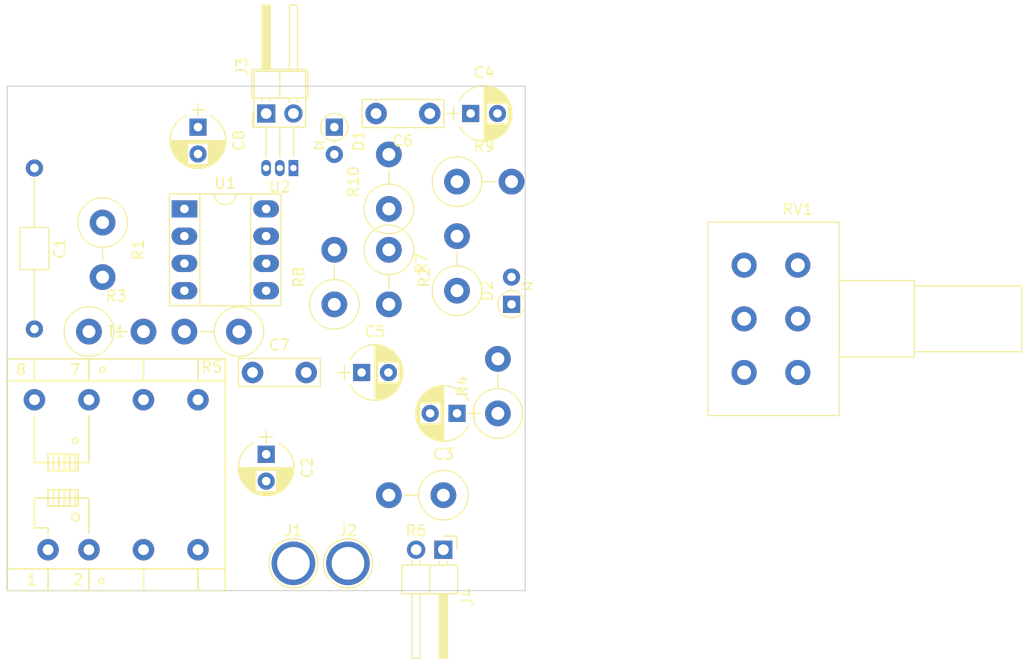
<source format=kicad_pcb>
(kicad_pcb (version 4) (host pcbnew 4.0.6)

  (general
    (links 48)
    (no_connects 48)
    (area 125.679999 76.149999 174.040001 123.240001)
    (thickness 1.6)
    (drawings 4)
    (tracks 0)
    (zones 0)
    (modules 28)
    (nets 17)
  )

  (page A4)
  (layers
    (0 F.Cu signal)
    (31 B.Cu signal)
    (32 B.Adhes user)
    (33 F.Adhes user)
    (34 B.Paste user)
    (35 F.Paste user)
    (36 B.SilkS user)
    (37 F.SilkS user)
    (38 B.Mask user)
    (39 F.Mask user)
    (40 Dwgs.User user)
    (41 Cmts.User user)
    (42 Eco1.User user)
    (43 Eco2.User user)
    (44 Edge.Cuts user)
    (45 Margin user)
    (46 B.CrtYd user)
    (47 F.CrtYd user)
    (48 B.Fab user)
    (49 F.Fab user)
  )

  (setup
    (last_trace_width 0.25)
    (trace_clearance 0.2)
    (zone_clearance 0.508)
    (zone_45_only no)
    (trace_min 0.2)
    (segment_width 0.2)
    (edge_width 0.1)
    (via_size 0.6)
    (via_drill 0.4)
    (via_min_size 0.4)
    (via_min_drill 0.3)
    (uvia_size 0.3)
    (uvia_drill 0.1)
    (uvias_allowed no)
    (uvia_min_size 0.2)
    (uvia_min_drill 0.1)
    (pcb_text_width 0.3)
    (pcb_text_size 1.5 1.5)
    (mod_edge_width 0.15)
    (mod_text_size 1 1)
    (mod_text_width 0.15)
    (pad_size 1.5 1.5)
    (pad_drill 0.6)
    (pad_to_mask_clearance 0)
    (aux_axis_origin 0 0)
    (visible_elements FFFFF77F)
    (pcbplotparams
      (layerselection 0x00030_80000001)
      (usegerberextensions false)
      (excludeedgelayer true)
      (linewidth 0.100000)
      (plotframeref false)
      (viasonmask false)
      (mode 1)
      (useauxorigin false)
      (hpglpennumber 1)
      (hpglpenspeed 20)
      (hpglpendiameter 15)
      (hpglpenoverlay 2)
      (psnegative false)
      (psa4output false)
      (plotreference true)
      (plotvalue true)
      (plotinvisibletext false)
      (padsonsilk false)
      (subtractmaskfromsilk false)
      (outputformat 1)
      (mirror false)
      (drillshape 1)
      (scaleselection 1)
      (outputdirectory ""))
  )

  (net 0 "")
  (net 1 "Net-(C1-Pad1)")
  (net 2 GND)
  (net 3 "Net-(C2-Pad1)")
  (net 4 "Net-(C2-Pad2)")
  (net 5 "Net-(C3-Pad1)")
  (net 6 "Net-(C3-Pad2)")
  (net 7 "Net-(C4-Pad1)")
  (net 8 "Net-(C5-Pad1)")
  (net 9 "Net-(C6-Pad1)")
  (net 10 "Net-(C6-Pad2)")
  (net 11 "Net-(C7-Pad2)")
  (net 12 "Net-(C8-Pad1)")
  (net 13 "Net-(J1-Pad1)")
  (net 14 "Net-(J4-Pad1)")
  (net 15 "Net-(R1-Pad2)")
  (net 16 "Net-(R10-Pad1)")

  (net_class Default "This is the default net class."
    (clearance 0.2)
    (trace_width 0.25)
    (via_dia 0.6)
    (via_drill 0.4)
    (uvia_dia 0.3)
    (uvia_drill 0.1)
    (add_net GND)
    (add_net "Net-(C1-Pad1)")
    (add_net "Net-(C2-Pad1)")
    (add_net "Net-(C2-Pad2)")
    (add_net "Net-(C3-Pad1)")
    (add_net "Net-(C3-Pad2)")
    (add_net "Net-(C4-Pad1)")
    (add_net "Net-(C5-Pad1)")
    (add_net "Net-(C6-Pad1)")
    (add_net "Net-(C6-Pad2)")
    (add_net "Net-(C7-Pad2)")
    (add_net "Net-(C8-Pad1)")
    (add_net "Net-(J1-Pad1)")
    (add_net "Net-(J4-Pad1)")
    (add_net "Net-(R1-Pad2)")
    (add_net "Net-(R10-Pad1)")
  )

  (module Capacitors_ThroughHole:C_Axial_L3.8mm_D2.6mm_P15.00mm_Horizontal (layer F.Cu) (tedit 597BC7C2) (tstamp 59C49C52)
    (at 128.27 83.82 270)
    (descr "C, Axial series, Axial, Horizontal, pin pitch=15mm, , length*diameter=3.8*2.6mm^2, http://www.vishay.com/docs/45231/arseries.pdf")
    (tags "C Axial series Axial Horizontal pin pitch 15mm  length 3.8mm diameter 2.6mm")
    (path /59BD60A1)
    (fp_text reference C1 (at 7.5 -2.36 270) (layer F.SilkS)
      (effects (font (size 1 1) (thickness 0.15)))
    )
    (fp_text value 1nF (at 7.5 2.36 270) (layer F.Fab)
      (effects (font (size 1 1) (thickness 0.15)))
    )
    (fp_line (start 5.6 -1.3) (end 5.6 1.3) (layer F.Fab) (width 0.1))
    (fp_line (start 5.6 1.3) (end 9.4 1.3) (layer F.Fab) (width 0.1))
    (fp_line (start 9.4 1.3) (end 9.4 -1.3) (layer F.Fab) (width 0.1))
    (fp_line (start 9.4 -1.3) (end 5.6 -1.3) (layer F.Fab) (width 0.1))
    (fp_line (start 0 0) (end 5.6 0) (layer F.Fab) (width 0.1))
    (fp_line (start 15 0) (end 9.4 0) (layer F.Fab) (width 0.1))
    (fp_line (start 5.54 -1.36) (end 5.54 1.36) (layer F.SilkS) (width 0.12))
    (fp_line (start 5.54 1.36) (end 9.46 1.36) (layer F.SilkS) (width 0.12))
    (fp_line (start 9.46 1.36) (end 9.46 -1.36) (layer F.SilkS) (width 0.12))
    (fp_line (start 9.46 -1.36) (end 5.54 -1.36) (layer F.SilkS) (width 0.12))
    (fp_line (start 0.98 0) (end 5.54 0) (layer F.SilkS) (width 0.12))
    (fp_line (start 14.02 0) (end 9.46 0) (layer F.SilkS) (width 0.12))
    (fp_line (start -1.05 -1.65) (end -1.05 1.65) (layer F.CrtYd) (width 0.05))
    (fp_line (start -1.05 1.65) (end 16.05 1.65) (layer F.CrtYd) (width 0.05))
    (fp_line (start 16.05 1.65) (end 16.05 -1.65) (layer F.CrtYd) (width 0.05))
    (fp_line (start 16.05 -1.65) (end -1.05 -1.65) (layer F.CrtYd) (width 0.05))
    (fp_text user %R (at 7.5 0 270) (layer F.Fab)
      (effects (font (size 1 1) (thickness 0.15)))
    )
    (pad 1 thru_hole circle (at 0 0 270) (size 1.6 1.6) (drill 0.8) (layers *.Cu *.Mask)
      (net 1 "Net-(C1-Pad1)"))
    (pad 2 thru_hole oval (at 15 0 270) (size 1.6 1.6) (drill 0.8) (layers *.Cu *.Mask)
      (net 2 GND))
    (model ${KISYS3DMOD}/Capacitors_THT.3dshapes/C_Axial_L3.8mm_D2.6mm_P15.00mm_Horizontal.wrl
      (at (xyz 0 0 0))
      (scale (xyz 1 1 1))
      (rotate (xyz 0 0 0))
    )
  )

  (module Capacitors_ThroughHole:CP_Radial_D5.0mm_P2.50mm (layer F.Cu) (tedit 597BC7C2) (tstamp 59C49C58)
    (at 149.86 110.49 270)
    (descr "CP, Radial series, Radial, pin pitch=2.50mm, , diameter=5mm, Electrolytic Capacitor")
    (tags "CP Radial series Radial pin pitch 2.50mm  diameter 5mm Electrolytic Capacitor")
    (path /59BD5B7F)
    (fp_text reference C2 (at 1.25 -3.81 270) (layer F.SilkS)
      (effects (font (size 1 1) (thickness 0.15)))
    )
    (fp_text value 10uF (at 1.25 3.81 270) (layer F.Fab)
      (effects (font (size 1 1) (thickness 0.15)))
    )
    (fp_arc (start 1.25 0) (end -1.05558 -1.18) (angle 125.8) (layer F.SilkS) (width 0.12))
    (fp_arc (start 1.25 0) (end -1.05558 1.18) (angle -125.8) (layer F.SilkS) (width 0.12))
    (fp_arc (start 1.25 0) (end 3.55558 -1.18) (angle 54.2) (layer F.SilkS) (width 0.12))
    (fp_circle (center 1.25 0) (end 3.75 0) (layer F.Fab) (width 0.1))
    (fp_line (start -2.2 0) (end -1 0) (layer F.Fab) (width 0.1))
    (fp_line (start -1.6 -0.65) (end -1.6 0.65) (layer F.Fab) (width 0.1))
    (fp_line (start 1.25 -2.55) (end 1.25 2.55) (layer F.SilkS) (width 0.12))
    (fp_line (start 1.29 -2.55) (end 1.29 2.55) (layer F.SilkS) (width 0.12))
    (fp_line (start 1.33 -2.549) (end 1.33 2.549) (layer F.SilkS) (width 0.12))
    (fp_line (start 1.37 -2.548) (end 1.37 2.548) (layer F.SilkS) (width 0.12))
    (fp_line (start 1.41 -2.546) (end 1.41 2.546) (layer F.SilkS) (width 0.12))
    (fp_line (start 1.45 -2.543) (end 1.45 2.543) (layer F.SilkS) (width 0.12))
    (fp_line (start 1.49 -2.539) (end 1.49 2.539) (layer F.SilkS) (width 0.12))
    (fp_line (start 1.53 -2.535) (end 1.53 -0.98) (layer F.SilkS) (width 0.12))
    (fp_line (start 1.53 0.98) (end 1.53 2.535) (layer F.SilkS) (width 0.12))
    (fp_line (start 1.57 -2.531) (end 1.57 -0.98) (layer F.SilkS) (width 0.12))
    (fp_line (start 1.57 0.98) (end 1.57 2.531) (layer F.SilkS) (width 0.12))
    (fp_line (start 1.61 -2.525) (end 1.61 -0.98) (layer F.SilkS) (width 0.12))
    (fp_line (start 1.61 0.98) (end 1.61 2.525) (layer F.SilkS) (width 0.12))
    (fp_line (start 1.65 -2.519) (end 1.65 -0.98) (layer F.SilkS) (width 0.12))
    (fp_line (start 1.65 0.98) (end 1.65 2.519) (layer F.SilkS) (width 0.12))
    (fp_line (start 1.69 -2.513) (end 1.69 -0.98) (layer F.SilkS) (width 0.12))
    (fp_line (start 1.69 0.98) (end 1.69 2.513) (layer F.SilkS) (width 0.12))
    (fp_line (start 1.73 -2.506) (end 1.73 -0.98) (layer F.SilkS) (width 0.12))
    (fp_line (start 1.73 0.98) (end 1.73 2.506) (layer F.SilkS) (width 0.12))
    (fp_line (start 1.77 -2.498) (end 1.77 -0.98) (layer F.SilkS) (width 0.12))
    (fp_line (start 1.77 0.98) (end 1.77 2.498) (layer F.SilkS) (width 0.12))
    (fp_line (start 1.81 -2.489) (end 1.81 -0.98) (layer F.SilkS) (width 0.12))
    (fp_line (start 1.81 0.98) (end 1.81 2.489) (layer F.SilkS) (width 0.12))
    (fp_line (start 1.85 -2.48) (end 1.85 -0.98) (layer F.SilkS) (width 0.12))
    (fp_line (start 1.85 0.98) (end 1.85 2.48) (layer F.SilkS) (width 0.12))
    (fp_line (start 1.89 -2.47) (end 1.89 -0.98) (layer F.SilkS) (width 0.12))
    (fp_line (start 1.89 0.98) (end 1.89 2.47) (layer F.SilkS) (width 0.12))
    (fp_line (start 1.93 -2.46) (end 1.93 -0.98) (layer F.SilkS) (width 0.12))
    (fp_line (start 1.93 0.98) (end 1.93 2.46) (layer F.SilkS) (width 0.12))
    (fp_line (start 1.971 -2.448) (end 1.971 -0.98) (layer F.SilkS) (width 0.12))
    (fp_line (start 1.971 0.98) (end 1.971 2.448) (layer F.SilkS) (width 0.12))
    (fp_line (start 2.011 -2.436) (end 2.011 -0.98) (layer F.SilkS) (width 0.12))
    (fp_line (start 2.011 0.98) (end 2.011 2.436) (layer F.SilkS) (width 0.12))
    (fp_line (start 2.051 -2.424) (end 2.051 -0.98) (layer F.SilkS) (width 0.12))
    (fp_line (start 2.051 0.98) (end 2.051 2.424) (layer F.SilkS) (width 0.12))
    (fp_line (start 2.091 -2.41) (end 2.091 -0.98) (layer F.SilkS) (width 0.12))
    (fp_line (start 2.091 0.98) (end 2.091 2.41) (layer F.SilkS) (width 0.12))
    (fp_line (start 2.131 -2.396) (end 2.131 -0.98) (layer F.SilkS) (width 0.12))
    (fp_line (start 2.131 0.98) (end 2.131 2.396) (layer F.SilkS) (width 0.12))
    (fp_line (start 2.171 -2.382) (end 2.171 -0.98) (layer F.SilkS) (width 0.12))
    (fp_line (start 2.171 0.98) (end 2.171 2.382) (layer F.SilkS) (width 0.12))
    (fp_line (start 2.211 -2.366) (end 2.211 -0.98) (layer F.SilkS) (width 0.12))
    (fp_line (start 2.211 0.98) (end 2.211 2.366) (layer F.SilkS) (width 0.12))
    (fp_line (start 2.251 -2.35) (end 2.251 -0.98) (layer F.SilkS) (width 0.12))
    (fp_line (start 2.251 0.98) (end 2.251 2.35) (layer F.SilkS) (width 0.12))
    (fp_line (start 2.291 -2.333) (end 2.291 -0.98) (layer F.SilkS) (width 0.12))
    (fp_line (start 2.291 0.98) (end 2.291 2.333) (layer F.SilkS) (width 0.12))
    (fp_line (start 2.331 -2.315) (end 2.331 -0.98) (layer F.SilkS) (width 0.12))
    (fp_line (start 2.331 0.98) (end 2.331 2.315) (layer F.SilkS) (width 0.12))
    (fp_line (start 2.371 -2.296) (end 2.371 -0.98) (layer F.SilkS) (width 0.12))
    (fp_line (start 2.371 0.98) (end 2.371 2.296) (layer F.SilkS) (width 0.12))
    (fp_line (start 2.411 -2.276) (end 2.411 -0.98) (layer F.SilkS) (width 0.12))
    (fp_line (start 2.411 0.98) (end 2.411 2.276) (layer F.SilkS) (width 0.12))
    (fp_line (start 2.451 -2.256) (end 2.451 -0.98) (layer F.SilkS) (width 0.12))
    (fp_line (start 2.451 0.98) (end 2.451 2.256) (layer F.SilkS) (width 0.12))
    (fp_line (start 2.491 -2.234) (end 2.491 -0.98) (layer F.SilkS) (width 0.12))
    (fp_line (start 2.491 0.98) (end 2.491 2.234) (layer F.SilkS) (width 0.12))
    (fp_line (start 2.531 -2.212) (end 2.531 -0.98) (layer F.SilkS) (width 0.12))
    (fp_line (start 2.531 0.98) (end 2.531 2.212) (layer F.SilkS) (width 0.12))
    (fp_line (start 2.571 -2.189) (end 2.571 -0.98) (layer F.SilkS) (width 0.12))
    (fp_line (start 2.571 0.98) (end 2.571 2.189) (layer F.SilkS) (width 0.12))
    (fp_line (start 2.611 -2.165) (end 2.611 -0.98) (layer F.SilkS) (width 0.12))
    (fp_line (start 2.611 0.98) (end 2.611 2.165) (layer F.SilkS) (width 0.12))
    (fp_line (start 2.651 -2.14) (end 2.651 -0.98) (layer F.SilkS) (width 0.12))
    (fp_line (start 2.651 0.98) (end 2.651 2.14) (layer F.SilkS) (width 0.12))
    (fp_line (start 2.691 -2.113) (end 2.691 -0.98) (layer F.SilkS) (width 0.12))
    (fp_line (start 2.691 0.98) (end 2.691 2.113) (layer F.SilkS) (width 0.12))
    (fp_line (start 2.731 -2.086) (end 2.731 -0.98) (layer F.SilkS) (width 0.12))
    (fp_line (start 2.731 0.98) (end 2.731 2.086) (layer F.SilkS) (width 0.12))
    (fp_line (start 2.771 -2.058) (end 2.771 -0.98) (layer F.SilkS) (width 0.12))
    (fp_line (start 2.771 0.98) (end 2.771 2.058) (layer F.SilkS) (width 0.12))
    (fp_line (start 2.811 -2.028) (end 2.811 -0.98) (layer F.SilkS) (width 0.12))
    (fp_line (start 2.811 0.98) (end 2.811 2.028) (layer F.SilkS) (width 0.12))
    (fp_line (start 2.851 -1.997) (end 2.851 -0.98) (layer F.SilkS) (width 0.12))
    (fp_line (start 2.851 0.98) (end 2.851 1.997) (layer F.SilkS) (width 0.12))
    (fp_line (start 2.891 -1.965) (end 2.891 -0.98) (layer F.SilkS) (width 0.12))
    (fp_line (start 2.891 0.98) (end 2.891 1.965) (layer F.SilkS) (width 0.12))
    (fp_line (start 2.931 -1.932) (end 2.931 -0.98) (layer F.SilkS) (width 0.12))
    (fp_line (start 2.931 0.98) (end 2.931 1.932) (layer F.SilkS) (width 0.12))
    (fp_line (start 2.971 -1.897) (end 2.971 -0.98) (layer F.SilkS) (width 0.12))
    (fp_line (start 2.971 0.98) (end 2.971 1.897) (layer F.SilkS) (width 0.12))
    (fp_line (start 3.011 -1.861) (end 3.011 -0.98) (layer F.SilkS) (width 0.12))
    (fp_line (start 3.011 0.98) (end 3.011 1.861) (layer F.SilkS) (width 0.12))
    (fp_line (start 3.051 -1.823) (end 3.051 -0.98) (layer F.SilkS) (width 0.12))
    (fp_line (start 3.051 0.98) (end 3.051 1.823) (layer F.SilkS) (width 0.12))
    (fp_line (start 3.091 -1.783) (end 3.091 -0.98) (layer F.SilkS) (width 0.12))
    (fp_line (start 3.091 0.98) (end 3.091 1.783) (layer F.SilkS) (width 0.12))
    (fp_line (start 3.131 -1.742) (end 3.131 -0.98) (layer F.SilkS) (width 0.12))
    (fp_line (start 3.131 0.98) (end 3.131 1.742) (layer F.SilkS) (width 0.12))
    (fp_line (start 3.171 -1.699) (end 3.171 -0.98) (layer F.SilkS) (width 0.12))
    (fp_line (start 3.171 0.98) (end 3.171 1.699) (layer F.SilkS) (width 0.12))
    (fp_line (start 3.211 -1.654) (end 3.211 -0.98) (layer F.SilkS) (width 0.12))
    (fp_line (start 3.211 0.98) (end 3.211 1.654) (layer F.SilkS) (width 0.12))
    (fp_line (start 3.251 -1.606) (end 3.251 -0.98) (layer F.SilkS) (width 0.12))
    (fp_line (start 3.251 0.98) (end 3.251 1.606) (layer F.SilkS) (width 0.12))
    (fp_line (start 3.291 -1.556) (end 3.291 -0.98) (layer F.SilkS) (width 0.12))
    (fp_line (start 3.291 0.98) (end 3.291 1.556) (layer F.SilkS) (width 0.12))
    (fp_line (start 3.331 -1.504) (end 3.331 -0.98) (layer F.SilkS) (width 0.12))
    (fp_line (start 3.331 0.98) (end 3.331 1.504) (layer F.SilkS) (width 0.12))
    (fp_line (start 3.371 -1.448) (end 3.371 -0.98) (layer F.SilkS) (width 0.12))
    (fp_line (start 3.371 0.98) (end 3.371 1.448) (layer F.SilkS) (width 0.12))
    (fp_line (start 3.411 -1.39) (end 3.411 -0.98) (layer F.SilkS) (width 0.12))
    (fp_line (start 3.411 0.98) (end 3.411 1.39) (layer F.SilkS) (width 0.12))
    (fp_line (start 3.451 -1.327) (end 3.451 -0.98) (layer F.SilkS) (width 0.12))
    (fp_line (start 3.451 0.98) (end 3.451 1.327) (layer F.SilkS) (width 0.12))
    (fp_line (start 3.491 -1.261) (end 3.491 1.261) (layer F.SilkS) (width 0.12))
    (fp_line (start 3.531 -1.189) (end 3.531 1.189) (layer F.SilkS) (width 0.12))
    (fp_line (start 3.571 -1.112) (end 3.571 1.112) (layer F.SilkS) (width 0.12))
    (fp_line (start 3.611 -1.028) (end 3.611 1.028) (layer F.SilkS) (width 0.12))
    (fp_line (start 3.651 -0.934) (end 3.651 0.934) (layer F.SilkS) (width 0.12))
    (fp_line (start 3.691 -0.829) (end 3.691 0.829) (layer F.SilkS) (width 0.12))
    (fp_line (start 3.731 -0.707) (end 3.731 0.707) (layer F.SilkS) (width 0.12))
    (fp_line (start 3.771 -0.559) (end 3.771 0.559) (layer F.SilkS) (width 0.12))
    (fp_line (start 3.811 -0.354) (end 3.811 0.354) (layer F.SilkS) (width 0.12))
    (fp_line (start -2.2 0) (end -1 0) (layer F.SilkS) (width 0.12))
    (fp_line (start -1.6 -0.65) (end -1.6 0.65) (layer F.SilkS) (width 0.12))
    (fp_line (start -1.6 -2.85) (end -1.6 2.85) (layer F.CrtYd) (width 0.05))
    (fp_line (start -1.6 2.85) (end 4.1 2.85) (layer F.CrtYd) (width 0.05))
    (fp_line (start 4.1 2.85) (end 4.1 -2.85) (layer F.CrtYd) (width 0.05))
    (fp_line (start 4.1 -2.85) (end -1.6 -2.85) (layer F.CrtYd) (width 0.05))
    (fp_text user %R (at 1.25 0 270) (layer F.Fab)
      (effects (font (size 1 1) (thickness 0.15)))
    )
    (pad 1 thru_hole rect (at 0 0 270) (size 1.6 1.6) (drill 0.8) (layers *.Cu *.Mask)
      (net 3 "Net-(C2-Pad1)"))
    (pad 2 thru_hole circle (at 2.5 0 270) (size 1.6 1.6) (drill 0.8) (layers *.Cu *.Mask)
      (net 4 "Net-(C2-Pad2)"))
    (model ${KISYS3DMOD}/Capacitors_THT.3dshapes/CP_Radial_D5.0mm_P2.50mm.wrl
      (at (xyz 0 0 0))
      (scale (xyz 1 1 1))
      (rotate (xyz 0 0 0))
    )
  )

  (module Capacitors_ThroughHole:CP_Radial_D5.0mm_P2.50mm (layer F.Cu) (tedit 597BC7C2) (tstamp 59C49C5E)
    (at 167.64 106.68 180)
    (descr "CP, Radial series, Radial, pin pitch=2.50mm, , diameter=5mm, Electrolytic Capacitor")
    (tags "CP Radial series Radial pin pitch 2.50mm  diameter 5mm Electrolytic Capacitor")
    (path /59BE5DAD)
    (fp_text reference C3 (at 1.25 -3.81 180) (layer F.SilkS)
      (effects (font (size 1 1) (thickness 0.15)))
    )
    (fp_text value 10uF (at 1.25 3.81 180) (layer F.Fab)
      (effects (font (size 1 1) (thickness 0.15)))
    )
    (fp_arc (start 1.25 0) (end -1.05558 -1.18) (angle 125.8) (layer F.SilkS) (width 0.12))
    (fp_arc (start 1.25 0) (end -1.05558 1.18) (angle -125.8) (layer F.SilkS) (width 0.12))
    (fp_arc (start 1.25 0) (end 3.55558 -1.18) (angle 54.2) (layer F.SilkS) (width 0.12))
    (fp_circle (center 1.25 0) (end 3.75 0) (layer F.Fab) (width 0.1))
    (fp_line (start -2.2 0) (end -1 0) (layer F.Fab) (width 0.1))
    (fp_line (start -1.6 -0.65) (end -1.6 0.65) (layer F.Fab) (width 0.1))
    (fp_line (start 1.25 -2.55) (end 1.25 2.55) (layer F.SilkS) (width 0.12))
    (fp_line (start 1.29 -2.55) (end 1.29 2.55) (layer F.SilkS) (width 0.12))
    (fp_line (start 1.33 -2.549) (end 1.33 2.549) (layer F.SilkS) (width 0.12))
    (fp_line (start 1.37 -2.548) (end 1.37 2.548) (layer F.SilkS) (width 0.12))
    (fp_line (start 1.41 -2.546) (end 1.41 2.546) (layer F.SilkS) (width 0.12))
    (fp_line (start 1.45 -2.543) (end 1.45 2.543) (layer F.SilkS) (width 0.12))
    (fp_line (start 1.49 -2.539) (end 1.49 2.539) (layer F.SilkS) (width 0.12))
    (fp_line (start 1.53 -2.535) (end 1.53 -0.98) (layer F.SilkS) (width 0.12))
    (fp_line (start 1.53 0.98) (end 1.53 2.535) (layer F.SilkS) (width 0.12))
    (fp_line (start 1.57 -2.531) (end 1.57 -0.98) (layer F.SilkS) (width 0.12))
    (fp_line (start 1.57 0.98) (end 1.57 2.531) (layer F.SilkS) (width 0.12))
    (fp_line (start 1.61 -2.525) (end 1.61 -0.98) (layer F.SilkS) (width 0.12))
    (fp_line (start 1.61 0.98) (end 1.61 2.525) (layer F.SilkS) (width 0.12))
    (fp_line (start 1.65 -2.519) (end 1.65 -0.98) (layer F.SilkS) (width 0.12))
    (fp_line (start 1.65 0.98) (end 1.65 2.519) (layer F.SilkS) (width 0.12))
    (fp_line (start 1.69 -2.513) (end 1.69 -0.98) (layer F.SilkS) (width 0.12))
    (fp_line (start 1.69 0.98) (end 1.69 2.513) (layer F.SilkS) (width 0.12))
    (fp_line (start 1.73 -2.506) (end 1.73 -0.98) (layer F.SilkS) (width 0.12))
    (fp_line (start 1.73 0.98) (end 1.73 2.506) (layer F.SilkS) (width 0.12))
    (fp_line (start 1.77 -2.498) (end 1.77 -0.98) (layer F.SilkS) (width 0.12))
    (fp_line (start 1.77 0.98) (end 1.77 2.498) (layer F.SilkS) (width 0.12))
    (fp_line (start 1.81 -2.489) (end 1.81 -0.98) (layer F.SilkS) (width 0.12))
    (fp_line (start 1.81 0.98) (end 1.81 2.489) (layer F.SilkS) (width 0.12))
    (fp_line (start 1.85 -2.48) (end 1.85 -0.98) (layer F.SilkS) (width 0.12))
    (fp_line (start 1.85 0.98) (end 1.85 2.48) (layer F.SilkS) (width 0.12))
    (fp_line (start 1.89 -2.47) (end 1.89 -0.98) (layer F.SilkS) (width 0.12))
    (fp_line (start 1.89 0.98) (end 1.89 2.47) (layer F.SilkS) (width 0.12))
    (fp_line (start 1.93 -2.46) (end 1.93 -0.98) (layer F.SilkS) (width 0.12))
    (fp_line (start 1.93 0.98) (end 1.93 2.46) (layer F.SilkS) (width 0.12))
    (fp_line (start 1.971 -2.448) (end 1.971 -0.98) (layer F.SilkS) (width 0.12))
    (fp_line (start 1.971 0.98) (end 1.971 2.448) (layer F.SilkS) (width 0.12))
    (fp_line (start 2.011 -2.436) (end 2.011 -0.98) (layer F.SilkS) (width 0.12))
    (fp_line (start 2.011 0.98) (end 2.011 2.436) (layer F.SilkS) (width 0.12))
    (fp_line (start 2.051 -2.424) (end 2.051 -0.98) (layer F.SilkS) (width 0.12))
    (fp_line (start 2.051 0.98) (end 2.051 2.424) (layer F.SilkS) (width 0.12))
    (fp_line (start 2.091 -2.41) (end 2.091 -0.98) (layer F.SilkS) (width 0.12))
    (fp_line (start 2.091 0.98) (end 2.091 2.41) (layer F.SilkS) (width 0.12))
    (fp_line (start 2.131 -2.396) (end 2.131 -0.98) (layer F.SilkS) (width 0.12))
    (fp_line (start 2.131 0.98) (end 2.131 2.396) (layer F.SilkS) (width 0.12))
    (fp_line (start 2.171 -2.382) (end 2.171 -0.98) (layer F.SilkS) (width 0.12))
    (fp_line (start 2.171 0.98) (end 2.171 2.382) (layer F.SilkS) (width 0.12))
    (fp_line (start 2.211 -2.366) (end 2.211 -0.98) (layer F.SilkS) (width 0.12))
    (fp_line (start 2.211 0.98) (end 2.211 2.366) (layer F.SilkS) (width 0.12))
    (fp_line (start 2.251 -2.35) (end 2.251 -0.98) (layer F.SilkS) (width 0.12))
    (fp_line (start 2.251 0.98) (end 2.251 2.35) (layer F.SilkS) (width 0.12))
    (fp_line (start 2.291 -2.333) (end 2.291 -0.98) (layer F.SilkS) (width 0.12))
    (fp_line (start 2.291 0.98) (end 2.291 2.333) (layer F.SilkS) (width 0.12))
    (fp_line (start 2.331 -2.315) (end 2.331 -0.98) (layer F.SilkS) (width 0.12))
    (fp_line (start 2.331 0.98) (end 2.331 2.315) (layer F.SilkS) (width 0.12))
    (fp_line (start 2.371 -2.296) (end 2.371 -0.98) (layer F.SilkS) (width 0.12))
    (fp_line (start 2.371 0.98) (end 2.371 2.296) (layer F.SilkS) (width 0.12))
    (fp_line (start 2.411 -2.276) (end 2.411 -0.98) (layer F.SilkS) (width 0.12))
    (fp_line (start 2.411 0.98) (end 2.411 2.276) (layer F.SilkS) (width 0.12))
    (fp_line (start 2.451 -2.256) (end 2.451 -0.98) (layer F.SilkS) (width 0.12))
    (fp_line (start 2.451 0.98) (end 2.451 2.256) (layer F.SilkS) (width 0.12))
    (fp_line (start 2.491 -2.234) (end 2.491 -0.98) (layer F.SilkS) (width 0.12))
    (fp_line (start 2.491 0.98) (end 2.491 2.234) (layer F.SilkS) (width 0.12))
    (fp_line (start 2.531 -2.212) (end 2.531 -0.98) (layer F.SilkS) (width 0.12))
    (fp_line (start 2.531 0.98) (end 2.531 2.212) (layer F.SilkS) (width 0.12))
    (fp_line (start 2.571 -2.189) (end 2.571 -0.98) (layer F.SilkS) (width 0.12))
    (fp_line (start 2.571 0.98) (end 2.571 2.189) (layer F.SilkS) (width 0.12))
    (fp_line (start 2.611 -2.165) (end 2.611 -0.98) (layer F.SilkS) (width 0.12))
    (fp_line (start 2.611 0.98) (end 2.611 2.165) (layer F.SilkS) (width 0.12))
    (fp_line (start 2.651 -2.14) (end 2.651 -0.98) (layer F.SilkS) (width 0.12))
    (fp_line (start 2.651 0.98) (end 2.651 2.14) (layer F.SilkS) (width 0.12))
    (fp_line (start 2.691 -2.113) (end 2.691 -0.98) (layer F.SilkS) (width 0.12))
    (fp_line (start 2.691 0.98) (end 2.691 2.113) (layer F.SilkS) (width 0.12))
    (fp_line (start 2.731 -2.086) (end 2.731 -0.98) (layer F.SilkS) (width 0.12))
    (fp_line (start 2.731 0.98) (end 2.731 2.086) (layer F.SilkS) (width 0.12))
    (fp_line (start 2.771 -2.058) (end 2.771 -0.98) (layer F.SilkS) (width 0.12))
    (fp_line (start 2.771 0.98) (end 2.771 2.058) (layer F.SilkS) (width 0.12))
    (fp_line (start 2.811 -2.028) (end 2.811 -0.98) (layer F.SilkS) (width 0.12))
    (fp_line (start 2.811 0.98) (end 2.811 2.028) (layer F.SilkS) (width 0.12))
    (fp_line (start 2.851 -1.997) (end 2.851 -0.98) (layer F.SilkS) (width 0.12))
    (fp_line (start 2.851 0.98) (end 2.851 1.997) (layer F.SilkS) (width 0.12))
    (fp_line (start 2.891 -1.965) (end 2.891 -0.98) (layer F.SilkS) (width 0.12))
    (fp_line (start 2.891 0.98) (end 2.891 1.965) (layer F.SilkS) (width 0.12))
    (fp_line (start 2.931 -1.932) (end 2.931 -0.98) (layer F.SilkS) (width 0.12))
    (fp_line (start 2.931 0.98) (end 2.931 1.932) (layer F.SilkS) (width 0.12))
    (fp_line (start 2.971 -1.897) (end 2.971 -0.98) (layer F.SilkS) (width 0.12))
    (fp_line (start 2.971 0.98) (end 2.971 1.897) (layer F.SilkS) (width 0.12))
    (fp_line (start 3.011 -1.861) (end 3.011 -0.98) (layer F.SilkS) (width 0.12))
    (fp_line (start 3.011 0.98) (end 3.011 1.861) (layer F.SilkS) (width 0.12))
    (fp_line (start 3.051 -1.823) (end 3.051 -0.98) (layer F.SilkS) (width 0.12))
    (fp_line (start 3.051 0.98) (end 3.051 1.823) (layer F.SilkS) (width 0.12))
    (fp_line (start 3.091 -1.783) (end 3.091 -0.98) (layer F.SilkS) (width 0.12))
    (fp_line (start 3.091 0.98) (end 3.091 1.783) (layer F.SilkS) (width 0.12))
    (fp_line (start 3.131 -1.742) (end 3.131 -0.98) (layer F.SilkS) (width 0.12))
    (fp_line (start 3.131 0.98) (end 3.131 1.742) (layer F.SilkS) (width 0.12))
    (fp_line (start 3.171 -1.699) (end 3.171 -0.98) (layer F.SilkS) (width 0.12))
    (fp_line (start 3.171 0.98) (end 3.171 1.699) (layer F.SilkS) (width 0.12))
    (fp_line (start 3.211 -1.654) (end 3.211 -0.98) (layer F.SilkS) (width 0.12))
    (fp_line (start 3.211 0.98) (end 3.211 1.654) (layer F.SilkS) (width 0.12))
    (fp_line (start 3.251 -1.606) (end 3.251 -0.98) (layer F.SilkS) (width 0.12))
    (fp_line (start 3.251 0.98) (end 3.251 1.606) (layer F.SilkS) (width 0.12))
    (fp_line (start 3.291 -1.556) (end 3.291 -0.98) (layer F.SilkS) (width 0.12))
    (fp_line (start 3.291 0.98) (end 3.291 1.556) (layer F.SilkS) (width 0.12))
    (fp_line (start 3.331 -1.504) (end 3.331 -0.98) (layer F.SilkS) (width 0.12))
    (fp_line (start 3.331 0.98) (end 3.331 1.504) (layer F.SilkS) (width 0.12))
    (fp_line (start 3.371 -1.448) (end 3.371 -0.98) (layer F.SilkS) (width 0.12))
    (fp_line (start 3.371 0.98) (end 3.371 1.448) (layer F.SilkS) (width 0.12))
    (fp_line (start 3.411 -1.39) (end 3.411 -0.98) (layer F.SilkS) (width 0.12))
    (fp_line (start 3.411 0.98) (end 3.411 1.39) (layer F.SilkS) (width 0.12))
    (fp_line (start 3.451 -1.327) (end 3.451 -0.98) (layer F.SilkS) (width 0.12))
    (fp_line (start 3.451 0.98) (end 3.451 1.327) (layer F.SilkS) (width 0.12))
    (fp_line (start 3.491 -1.261) (end 3.491 1.261) (layer F.SilkS) (width 0.12))
    (fp_line (start 3.531 -1.189) (end 3.531 1.189) (layer F.SilkS) (width 0.12))
    (fp_line (start 3.571 -1.112) (end 3.571 1.112) (layer F.SilkS) (width 0.12))
    (fp_line (start 3.611 -1.028) (end 3.611 1.028) (layer F.SilkS) (width 0.12))
    (fp_line (start 3.651 -0.934) (end 3.651 0.934) (layer F.SilkS) (width 0.12))
    (fp_line (start 3.691 -0.829) (end 3.691 0.829) (layer F.SilkS) (width 0.12))
    (fp_line (start 3.731 -0.707) (end 3.731 0.707) (layer F.SilkS) (width 0.12))
    (fp_line (start 3.771 -0.559) (end 3.771 0.559) (layer F.SilkS) (width 0.12))
    (fp_line (start 3.811 -0.354) (end 3.811 0.354) (layer F.SilkS) (width 0.12))
    (fp_line (start -2.2 0) (end -1 0) (layer F.SilkS) (width 0.12))
    (fp_line (start -1.6 -0.65) (end -1.6 0.65) (layer F.SilkS) (width 0.12))
    (fp_line (start -1.6 -2.85) (end -1.6 2.85) (layer F.CrtYd) (width 0.05))
    (fp_line (start -1.6 2.85) (end 4.1 2.85) (layer F.CrtYd) (width 0.05))
    (fp_line (start 4.1 2.85) (end 4.1 -2.85) (layer F.CrtYd) (width 0.05))
    (fp_line (start 4.1 -2.85) (end -1.6 -2.85) (layer F.CrtYd) (width 0.05))
    (fp_text user %R (at 1.25 0 180) (layer F.Fab)
      (effects (font (size 1 1) (thickness 0.15)))
    )
    (pad 1 thru_hole rect (at 0 0 180) (size 1.6 1.6) (drill 0.8) (layers *.Cu *.Mask)
      (net 5 "Net-(C3-Pad1)"))
    (pad 2 thru_hole circle (at 2.5 0 180) (size 1.6 1.6) (drill 0.8) (layers *.Cu *.Mask)
      (net 6 "Net-(C3-Pad2)"))
    (model ${KISYS3DMOD}/Capacitors_THT.3dshapes/CP_Radial_D5.0mm_P2.50mm.wrl
      (at (xyz 0 0 0))
      (scale (xyz 1 1 1))
      (rotate (xyz 0 0 0))
    )
  )

  (module Capacitors_ThroughHole:CP_Radial_D5.0mm_P2.50mm (layer F.Cu) (tedit 597BC7C2) (tstamp 59C49C64)
    (at 168.91 78.74)
    (descr "CP, Radial series, Radial, pin pitch=2.50mm, , diameter=5mm, Electrolytic Capacitor")
    (tags "CP Radial series Radial pin pitch 2.50mm  diameter 5mm Electrolytic Capacitor")
    (path /59BE649D)
    (fp_text reference C4 (at 1.25 -3.81) (layer F.SilkS)
      (effects (font (size 1 1) (thickness 0.15)))
    )
    (fp_text value 10uF (at 1.25 3.81) (layer F.Fab)
      (effects (font (size 1 1) (thickness 0.15)))
    )
    (fp_arc (start 1.25 0) (end -1.05558 -1.18) (angle 125.8) (layer F.SilkS) (width 0.12))
    (fp_arc (start 1.25 0) (end -1.05558 1.18) (angle -125.8) (layer F.SilkS) (width 0.12))
    (fp_arc (start 1.25 0) (end 3.55558 -1.18) (angle 54.2) (layer F.SilkS) (width 0.12))
    (fp_circle (center 1.25 0) (end 3.75 0) (layer F.Fab) (width 0.1))
    (fp_line (start -2.2 0) (end -1 0) (layer F.Fab) (width 0.1))
    (fp_line (start -1.6 -0.65) (end -1.6 0.65) (layer F.Fab) (width 0.1))
    (fp_line (start 1.25 -2.55) (end 1.25 2.55) (layer F.SilkS) (width 0.12))
    (fp_line (start 1.29 -2.55) (end 1.29 2.55) (layer F.SilkS) (width 0.12))
    (fp_line (start 1.33 -2.549) (end 1.33 2.549) (layer F.SilkS) (width 0.12))
    (fp_line (start 1.37 -2.548) (end 1.37 2.548) (layer F.SilkS) (width 0.12))
    (fp_line (start 1.41 -2.546) (end 1.41 2.546) (layer F.SilkS) (width 0.12))
    (fp_line (start 1.45 -2.543) (end 1.45 2.543) (layer F.SilkS) (width 0.12))
    (fp_line (start 1.49 -2.539) (end 1.49 2.539) (layer F.SilkS) (width 0.12))
    (fp_line (start 1.53 -2.535) (end 1.53 -0.98) (layer F.SilkS) (width 0.12))
    (fp_line (start 1.53 0.98) (end 1.53 2.535) (layer F.SilkS) (width 0.12))
    (fp_line (start 1.57 -2.531) (end 1.57 -0.98) (layer F.SilkS) (width 0.12))
    (fp_line (start 1.57 0.98) (end 1.57 2.531) (layer F.SilkS) (width 0.12))
    (fp_line (start 1.61 -2.525) (end 1.61 -0.98) (layer F.SilkS) (width 0.12))
    (fp_line (start 1.61 0.98) (end 1.61 2.525) (layer F.SilkS) (width 0.12))
    (fp_line (start 1.65 -2.519) (end 1.65 -0.98) (layer F.SilkS) (width 0.12))
    (fp_line (start 1.65 0.98) (end 1.65 2.519) (layer F.SilkS) (width 0.12))
    (fp_line (start 1.69 -2.513) (end 1.69 -0.98) (layer F.SilkS) (width 0.12))
    (fp_line (start 1.69 0.98) (end 1.69 2.513) (layer F.SilkS) (width 0.12))
    (fp_line (start 1.73 -2.506) (end 1.73 -0.98) (layer F.SilkS) (width 0.12))
    (fp_line (start 1.73 0.98) (end 1.73 2.506) (layer F.SilkS) (width 0.12))
    (fp_line (start 1.77 -2.498) (end 1.77 -0.98) (layer F.SilkS) (width 0.12))
    (fp_line (start 1.77 0.98) (end 1.77 2.498) (layer F.SilkS) (width 0.12))
    (fp_line (start 1.81 -2.489) (end 1.81 -0.98) (layer F.SilkS) (width 0.12))
    (fp_line (start 1.81 0.98) (end 1.81 2.489) (layer F.SilkS) (width 0.12))
    (fp_line (start 1.85 -2.48) (end 1.85 -0.98) (layer F.SilkS) (width 0.12))
    (fp_line (start 1.85 0.98) (end 1.85 2.48) (layer F.SilkS) (width 0.12))
    (fp_line (start 1.89 -2.47) (end 1.89 -0.98) (layer F.SilkS) (width 0.12))
    (fp_line (start 1.89 0.98) (end 1.89 2.47) (layer F.SilkS) (width 0.12))
    (fp_line (start 1.93 -2.46) (end 1.93 -0.98) (layer F.SilkS) (width 0.12))
    (fp_line (start 1.93 0.98) (end 1.93 2.46) (layer F.SilkS) (width 0.12))
    (fp_line (start 1.971 -2.448) (end 1.971 -0.98) (layer F.SilkS) (width 0.12))
    (fp_line (start 1.971 0.98) (end 1.971 2.448) (layer F.SilkS) (width 0.12))
    (fp_line (start 2.011 -2.436) (end 2.011 -0.98) (layer F.SilkS) (width 0.12))
    (fp_line (start 2.011 0.98) (end 2.011 2.436) (layer F.SilkS) (width 0.12))
    (fp_line (start 2.051 -2.424) (end 2.051 -0.98) (layer F.SilkS) (width 0.12))
    (fp_line (start 2.051 0.98) (end 2.051 2.424) (layer F.SilkS) (width 0.12))
    (fp_line (start 2.091 -2.41) (end 2.091 -0.98) (layer F.SilkS) (width 0.12))
    (fp_line (start 2.091 0.98) (end 2.091 2.41) (layer F.SilkS) (width 0.12))
    (fp_line (start 2.131 -2.396) (end 2.131 -0.98) (layer F.SilkS) (width 0.12))
    (fp_line (start 2.131 0.98) (end 2.131 2.396) (layer F.SilkS) (width 0.12))
    (fp_line (start 2.171 -2.382) (end 2.171 -0.98) (layer F.SilkS) (width 0.12))
    (fp_line (start 2.171 0.98) (end 2.171 2.382) (layer F.SilkS) (width 0.12))
    (fp_line (start 2.211 -2.366) (end 2.211 -0.98) (layer F.SilkS) (width 0.12))
    (fp_line (start 2.211 0.98) (end 2.211 2.366) (layer F.SilkS) (width 0.12))
    (fp_line (start 2.251 -2.35) (end 2.251 -0.98) (layer F.SilkS) (width 0.12))
    (fp_line (start 2.251 0.98) (end 2.251 2.35) (layer F.SilkS) (width 0.12))
    (fp_line (start 2.291 -2.333) (end 2.291 -0.98) (layer F.SilkS) (width 0.12))
    (fp_line (start 2.291 0.98) (end 2.291 2.333) (layer F.SilkS) (width 0.12))
    (fp_line (start 2.331 -2.315) (end 2.331 -0.98) (layer F.SilkS) (width 0.12))
    (fp_line (start 2.331 0.98) (end 2.331 2.315) (layer F.SilkS) (width 0.12))
    (fp_line (start 2.371 -2.296) (end 2.371 -0.98) (layer F.SilkS) (width 0.12))
    (fp_line (start 2.371 0.98) (end 2.371 2.296) (layer F.SilkS) (width 0.12))
    (fp_line (start 2.411 -2.276) (end 2.411 -0.98) (layer F.SilkS) (width 0.12))
    (fp_line (start 2.411 0.98) (end 2.411 2.276) (layer F.SilkS) (width 0.12))
    (fp_line (start 2.451 -2.256) (end 2.451 -0.98) (layer F.SilkS) (width 0.12))
    (fp_line (start 2.451 0.98) (end 2.451 2.256) (layer F.SilkS) (width 0.12))
    (fp_line (start 2.491 -2.234) (end 2.491 -0.98) (layer F.SilkS) (width 0.12))
    (fp_line (start 2.491 0.98) (end 2.491 2.234) (layer F.SilkS) (width 0.12))
    (fp_line (start 2.531 -2.212) (end 2.531 -0.98) (layer F.SilkS) (width 0.12))
    (fp_line (start 2.531 0.98) (end 2.531 2.212) (layer F.SilkS) (width 0.12))
    (fp_line (start 2.571 -2.189) (end 2.571 -0.98) (layer F.SilkS) (width 0.12))
    (fp_line (start 2.571 0.98) (end 2.571 2.189) (layer F.SilkS) (width 0.12))
    (fp_line (start 2.611 -2.165) (end 2.611 -0.98) (layer F.SilkS) (width 0.12))
    (fp_line (start 2.611 0.98) (end 2.611 2.165) (layer F.SilkS) (width 0.12))
    (fp_line (start 2.651 -2.14) (end 2.651 -0.98) (layer F.SilkS) (width 0.12))
    (fp_line (start 2.651 0.98) (end 2.651 2.14) (layer F.SilkS) (width 0.12))
    (fp_line (start 2.691 -2.113) (end 2.691 -0.98) (layer F.SilkS) (width 0.12))
    (fp_line (start 2.691 0.98) (end 2.691 2.113) (layer F.SilkS) (width 0.12))
    (fp_line (start 2.731 -2.086) (end 2.731 -0.98) (layer F.SilkS) (width 0.12))
    (fp_line (start 2.731 0.98) (end 2.731 2.086) (layer F.SilkS) (width 0.12))
    (fp_line (start 2.771 -2.058) (end 2.771 -0.98) (layer F.SilkS) (width 0.12))
    (fp_line (start 2.771 0.98) (end 2.771 2.058) (layer F.SilkS) (width 0.12))
    (fp_line (start 2.811 -2.028) (end 2.811 -0.98) (layer F.SilkS) (width 0.12))
    (fp_line (start 2.811 0.98) (end 2.811 2.028) (layer F.SilkS) (width 0.12))
    (fp_line (start 2.851 -1.997) (end 2.851 -0.98) (layer F.SilkS) (width 0.12))
    (fp_line (start 2.851 0.98) (end 2.851 1.997) (layer F.SilkS) (width 0.12))
    (fp_line (start 2.891 -1.965) (end 2.891 -0.98) (layer F.SilkS) (width 0.12))
    (fp_line (start 2.891 0.98) (end 2.891 1.965) (layer F.SilkS) (width 0.12))
    (fp_line (start 2.931 -1.932) (end 2.931 -0.98) (layer F.SilkS) (width 0.12))
    (fp_line (start 2.931 0.98) (end 2.931 1.932) (layer F.SilkS) (width 0.12))
    (fp_line (start 2.971 -1.897) (end 2.971 -0.98) (layer F.SilkS) (width 0.12))
    (fp_line (start 2.971 0.98) (end 2.971 1.897) (layer F.SilkS) (width 0.12))
    (fp_line (start 3.011 -1.861) (end 3.011 -0.98) (layer F.SilkS) (width 0.12))
    (fp_line (start 3.011 0.98) (end 3.011 1.861) (layer F.SilkS) (width 0.12))
    (fp_line (start 3.051 -1.823) (end 3.051 -0.98) (layer F.SilkS) (width 0.12))
    (fp_line (start 3.051 0.98) (end 3.051 1.823) (layer F.SilkS) (width 0.12))
    (fp_line (start 3.091 -1.783) (end 3.091 -0.98) (layer F.SilkS) (width 0.12))
    (fp_line (start 3.091 0.98) (end 3.091 1.783) (layer F.SilkS) (width 0.12))
    (fp_line (start 3.131 -1.742) (end 3.131 -0.98) (layer F.SilkS) (width 0.12))
    (fp_line (start 3.131 0.98) (end 3.131 1.742) (layer F.SilkS) (width 0.12))
    (fp_line (start 3.171 -1.699) (end 3.171 -0.98) (layer F.SilkS) (width 0.12))
    (fp_line (start 3.171 0.98) (end 3.171 1.699) (layer F.SilkS) (width 0.12))
    (fp_line (start 3.211 -1.654) (end 3.211 -0.98) (layer F.SilkS) (width 0.12))
    (fp_line (start 3.211 0.98) (end 3.211 1.654) (layer F.SilkS) (width 0.12))
    (fp_line (start 3.251 -1.606) (end 3.251 -0.98) (layer F.SilkS) (width 0.12))
    (fp_line (start 3.251 0.98) (end 3.251 1.606) (layer F.SilkS) (width 0.12))
    (fp_line (start 3.291 -1.556) (end 3.291 -0.98) (layer F.SilkS) (width 0.12))
    (fp_line (start 3.291 0.98) (end 3.291 1.556) (layer F.SilkS) (width 0.12))
    (fp_line (start 3.331 -1.504) (end 3.331 -0.98) (layer F.SilkS) (width 0.12))
    (fp_line (start 3.331 0.98) (end 3.331 1.504) (layer F.SilkS) (width 0.12))
    (fp_line (start 3.371 -1.448) (end 3.371 -0.98) (layer F.SilkS) (width 0.12))
    (fp_line (start 3.371 0.98) (end 3.371 1.448) (layer F.SilkS) (width 0.12))
    (fp_line (start 3.411 -1.39) (end 3.411 -0.98) (layer F.SilkS) (width 0.12))
    (fp_line (start 3.411 0.98) (end 3.411 1.39) (layer F.SilkS) (width 0.12))
    (fp_line (start 3.451 -1.327) (end 3.451 -0.98) (layer F.SilkS) (width 0.12))
    (fp_line (start 3.451 0.98) (end 3.451 1.327) (layer F.SilkS) (width 0.12))
    (fp_line (start 3.491 -1.261) (end 3.491 1.261) (layer F.SilkS) (width 0.12))
    (fp_line (start 3.531 -1.189) (end 3.531 1.189) (layer F.SilkS) (width 0.12))
    (fp_line (start 3.571 -1.112) (end 3.571 1.112) (layer F.SilkS) (width 0.12))
    (fp_line (start 3.611 -1.028) (end 3.611 1.028) (layer F.SilkS) (width 0.12))
    (fp_line (start 3.651 -0.934) (end 3.651 0.934) (layer F.SilkS) (width 0.12))
    (fp_line (start 3.691 -0.829) (end 3.691 0.829) (layer F.SilkS) (width 0.12))
    (fp_line (start 3.731 -0.707) (end 3.731 0.707) (layer F.SilkS) (width 0.12))
    (fp_line (start 3.771 -0.559) (end 3.771 0.559) (layer F.SilkS) (width 0.12))
    (fp_line (start 3.811 -0.354) (end 3.811 0.354) (layer F.SilkS) (width 0.12))
    (fp_line (start -2.2 0) (end -1 0) (layer F.SilkS) (width 0.12))
    (fp_line (start -1.6 -0.65) (end -1.6 0.65) (layer F.SilkS) (width 0.12))
    (fp_line (start -1.6 -2.85) (end -1.6 2.85) (layer F.CrtYd) (width 0.05))
    (fp_line (start -1.6 2.85) (end 4.1 2.85) (layer F.CrtYd) (width 0.05))
    (fp_line (start 4.1 2.85) (end 4.1 -2.85) (layer F.CrtYd) (width 0.05))
    (fp_line (start 4.1 -2.85) (end -1.6 -2.85) (layer F.CrtYd) (width 0.05))
    (fp_text user %R (at 1.25 0) (layer F.Fab)
      (effects (font (size 1 1) (thickness 0.15)))
    )
    (pad 1 thru_hole rect (at 0 0) (size 1.6 1.6) (drill 0.8) (layers *.Cu *.Mask)
      (net 7 "Net-(C4-Pad1)"))
    (pad 2 thru_hole circle (at 2.5 0) (size 1.6 1.6) (drill 0.8) (layers *.Cu *.Mask)
      (net 2 GND))
    (model ${KISYS3DMOD}/Capacitors_THT.3dshapes/CP_Radial_D5.0mm_P2.50mm.wrl
      (at (xyz 0 0 0))
      (scale (xyz 1 1 1))
      (rotate (xyz 0 0 0))
    )
  )

  (module Capacitors_ThroughHole:CP_Radial_D5.0mm_P2.50mm (layer F.Cu) (tedit 597BC7C2) (tstamp 59C49C6A)
    (at 158.75 102.87)
    (descr "CP, Radial series, Radial, pin pitch=2.50mm, , diameter=5mm, Electrolytic Capacitor")
    (tags "CP Radial series Radial pin pitch 2.50mm  diameter 5mm Electrolytic Capacitor")
    (path /59BE6F28)
    (fp_text reference C5 (at 1.25 -3.81) (layer F.SilkS)
      (effects (font (size 1 1) (thickness 0.15)))
    )
    (fp_text value 10uF (at 1.25 3.81) (layer F.Fab)
      (effects (font (size 1 1) (thickness 0.15)))
    )
    (fp_arc (start 1.25 0) (end -1.05558 -1.18) (angle 125.8) (layer F.SilkS) (width 0.12))
    (fp_arc (start 1.25 0) (end -1.05558 1.18) (angle -125.8) (layer F.SilkS) (width 0.12))
    (fp_arc (start 1.25 0) (end 3.55558 -1.18) (angle 54.2) (layer F.SilkS) (width 0.12))
    (fp_circle (center 1.25 0) (end 3.75 0) (layer F.Fab) (width 0.1))
    (fp_line (start -2.2 0) (end -1 0) (layer F.Fab) (width 0.1))
    (fp_line (start -1.6 -0.65) (end -1.6 0.65) (layer F.Fab) (width 0.1))
    (fp_line (start 1.25 -2.55) (end 1.25 2.55) (layer F.SilkS) (width 0.12))
    (fp_line (start 1.29 -2.55) (end 1.29 2.55) (layer F.SilkS) (width 0.12))
    (fp_line (start 1.33 -2.549) (end 1.33 2.549) (layer F.SilkS) (width 0.12))
    (fp_line (start 1.37 -2.548) (end 1.37 2.548) (layer F.SilkS) (width 0.12))
    (fp_line (start 1.41 -2.546) (end 1.41 2.546) (layer F.SilkS) (width 0.12))
    (fp_line (start 1.45 -2.543) (end 1.45 2.543) (layer F.SilkS) (width 0.12))
    (fp_line (start 1.49 -2.539) (end 1.49 2.539) (layer F.SilkS) (width 0.12))
    (fp_line (start 1.53 -2.535) (end 1.53 -0.98) (layer F.SilkS) (width 0.12))
    (fp_line (start 1.53 0.98) (end 1.53 2.535) (layer F.SilkS) (width 0.12))
    (fp_line (start 1.57 -2.531) (end 1.57 -0.98) (layer F.SilkS) (width 0.12))
    (fp_line (start 1.57 0.98) (end 1.57 2.531) (layer F.SilkS) (width 0.12))
    (fp_line (start 1.61 -2.525) (end 1.61 -0.98) (layer F.SilkS) (width 0.12))
    (fp_line (start 1.61 0.98) (end 1.61 2.525) (layer F.SilkS) (width 0.12))
    (fp_line (start 1.65 -2.519) (end 1.65 -0.98) (layer F.SilkS) (width 0.12))
    (fp_line (start 1.65 0.98) (end 1.65 2.519) (layer F.SilkS) (width 0.12))
    (fp_line (start 1.69 -2.513) (end 1.69 -0.98) (layer F.SilkS) (width 0.12))
    (fp_line (start 1.69 0.98) (end 1.69 2.513) (layer F.SilkS) (width 0.12))
    (fp_line (start 1.73 -2.506) (end 1.73 -0.98) (layer F.SilkS) (width 0.12))
    (fp_line (start 1.73 0.98) (end 1.73 2.506) (layer F.SilkS) (width 0.12))
    (fp_line (start 1.77 -2.498) (end 1.77 -0.98) (layer F.SilkS) (width 0.12))
    (fp_line (start 1.77 0.98) (end 1.77 2.498) (layer F.SilkS) (width 0.12))
    (fp_line (start 1.81 -2.489) (end 1.81 -0.98) (layer F.SilkS) (width 0.12))
    (fp_line (start 1.81 0.98) (end 1.81 2.489) (layer F.SilkS) (width 0.12))
    (fp_line (start 1.85 -2.48) (end 1.85 -0.98) (layer F.SilkS) (width 0.12))
    (fp_line (start 1.85 0.98) (end 1.85 2.48) (layer F.SilkS) (width 0.12))
    (fp_line (start 1.89 -2.47) (end 1.89 -0.98) (layer F.SilkS) (width 0.12))
    (fp_line (start 1.89 0.98) (end 1.89 2.47) (layer F.SilkS) (width 0.12))
    (fp_line (start 1.93 -2.46) (end 1.93 -0.98) (layer F.SilkS) (width 0.12))
    (fp_line (start 1.93 0.98) (end 1.93 2.46) (layer F.SilkS) (width 0.12))
    (fp_line (start 1.971 -2.448) (end 1.971 -0.98) (layer F.SilkS) (width 0.12))
    (fp_line (start 1.971 0.98) (end 1.971 2.448) (layer F.SilkS) (width 0.12))
    (fp_line (start 2.011 -2.436) (end 2.011 -0.98) (layer F.SilkS) (width 0.12))
    (fp_line (start 2.011 0.98) (end 2.011 2.436) (layer F.SilkS) (width 0.12))
    (fp_line (start 2.051 -2.424) (end 2.051 -0.98) (layer F.SilkS) (width 0.12))
    (fp_line (start 2.051 0.98) (end 2.051 2.424) (layer F.SilkS) (width 0.12))
    (fp_line (start 2.091 -2.41) (end 2.091 -0.98) (layer F.SilkS) (width 0.12))
    (fp_line (start 2.091 0.98) (end 2.091 2.41) (layer F.SilkS) (width 0.12))
    (fp_line (start 2.131 -2.396) (end 2.131 -0.98) (layer F.SilkS) (width 0.12))
    (fp_line (start 2.131 0.98) (end 2.131 2.396) (layer F.SilkS) (width 0.12))
    (fp_line (start 2.171 -2.382) (end 2.171 -0.98) (layer F.SilkS) (width 0.12))
    (fp_line (start 2.171 0.98) (end 2.171 2.382) (layer F.SilkS) (width 0.12))
    (fp_line (start 2.211 -2.366) (end 2.211 -0.98) (layer F.SilkS) (width 0.12))
    (fp_line (start 2.211 0.98) (end 2.211 2.366) (layer F.SilkS) (width 0.12))
    (fp_line (start 2.251 -2.35) (end 2.251 -0.98) (layer F.SilkS) (width 0.12))
    (fp_line (start 2.251 0.98) (end 2.251 2.35) (layer F.SilkS) (width 0.12))
    (fp_line (start 2.291 -2.333) (end 2.291 -0.98) (layer F.SilkS) (width 0.12))
    (fp_line (start 2.291 0.98) (end 2.291 2.333) (layer F.SilkS) (width 0.12))
    (fp_line (start 2.331 -2.315) (end 2.331 -0.98) (layer F.SilkS) (width 0.12))
    (fp_line (start 2.331 0.98) (end 2.331 2.315) (layer F.SilkS) (width 0.12))
    (fp_line (start 2.371 -2.296) (end 2.371 -0.98) (layer F.SilkS) (width 0.12))
    (fp_line (start 2.371 0.98) (end 2.371 2.296) (layer F.SilkS) (width 0.12))
    (fp_line (start 2.411 -2.276) (end 2.411 -0.98) (layer F.SilkS) (width 0.12))
    (fp_line (start 2.411 0.98) (end 2.411 2.276) (layer F.SilkS) (width 0.12))
    (fp_line (start 2.451 -2.256) (end 2.451 -0.98) (layer F.SilkS) (width 0.12))
    (fp_line (start 2.451 0.98) (end 2.451 2.256) (layer F.SilkS) (width 0.12))
    (fp_line (start 2.491 -2.234) (end 2.491 -0.98) (layer F.SilkS) (width 0.12))
    (fp_line (start 2.491 0.98) (end 2.491 2.234) (layer F.SilkS) (width 0.12))
    (fp_line (start 2.531 -2.212) (end 2.531 -0.98) (layer F.SilkS) (width 0.12))
    (fp_line (start 2.531 0.98) (end 2.531 2.212) (layer F.SilkS) (width 0.12))
    (fp_line (start 2.571 -2.189) (end 2.571 -0.98) (layer F.SilkS) (width 0.12))
    (fp_line (start 2.571 0.98) (end 2.571 2.189) (layer F.SilkS) (width 0.12))
    (fp_line (start 2.611 -2.165) (end 2.611 -0.98) (layer F.SilkS) (width 0.12))
    (fp_line (start 2.611 0.98) (end 2.611 2.165) (layer F.SilkS) (width 0.12))
    (fp_line (start 2.651 -2.14) (end 2.651 -0.98) (layer F.SilkS) (width 0.12))
    (fp_line (start 2.651 0.98) (end 2.651 2.14) (layer F.SilkS) (width 0.12))
    (fp_line (start 2.691 -2.113) (end 2.691 -0.98) (layer F.SilkS) (width 0.12))
    (fp_line (start 2.691 0.98) (end 2.691 2.113) (layer F.SilkS) (width 0.12))
    (fp_line (start 2.731 -2.086) (end 2.731 -0.98) (layer F.SilkS) (width 0.12))
    (fp_line (start 2.731 0.98) (end 2.731 2.086) (layer F.SilkS) (width 0.12))
    (fp_line (start 2.771 -2.058) (end 2.771 -0.98) (layer F.SilkS) (width 0.12))
    (fp_line (start 2.771 0.98) (end 2.771 2.058) (layer F.SilkS) (width 0.12))
    (fp_line (start 2.811 -2.028) (end 2.811 -0.98) (layer F.SilkS) (width 0.12))
    (fp_line (start 2.811 0.98) (end 2.811 2.028) (layer F.SilkS) (width 0.12))
    (fp_line (start 2.851 -1.997) (end 2.851 -0.98) (layer F.SilkS) (width 0.12))
    (fp_line (start 2.851 0.98) (end 2.851 1.997) (layer F.SilkS) (width 0.12))
    (fp_line (start 2.891 -1.965) (end 2.891 -0.98) (layer F.SilkS) (width 0.12))
    (fp_line (start 2.891 0.98) (end 2.891 1.965) (layer F.SilkS) (width 0.12))
    (fp_line (start 2.931 -1.932) (end 2.931 -0.98) (layer F.SilkS) (width 0.12))
    (fp_line (start 2.931 0.98) (end 2.931 1.932) (layer F.SilkS) (width 0.12))
    (fp_line (start 2.971 -1.897) (end 2.971 -0.98) (layer F.SilkS) (width 0.12))
    (fp_line (start 2.971 0.98) (end 2.971 1.897) (layer F.SilkS) (width 0.12))
    (fp_line (start 3.011 -1.861) (end 3.011 -0.98) (layer F.SilkS) (width 0.12))
    (fp_line (start 3.011 0.98) (end 3.011 1.861) (layer F.SilkS) (width 0.12))
    (fp_line (start 3.051 -1.823) (end 3.051 -0.98) (layer F.SilkS) (width 0.12))
    (fp_line (start 3.051 0.98) (end 3.051 1.823) (layer F.SilkS) (width 0.12))
    (fp_line (start 3.091 -1.783) (end 3.091 -0.98) (layer F.SilkS) (width 0.12))
    (fp_line (start 3.091 0.98) (end 3.091 1.783) (layer F.SilkS) (width 0.12))
    (fp_line (start 3.131 -1.742) (end 3.131 -0.98) (layer F.SilkS) (width 0.12))
    (fp_line (start 3.131 0.98) (end 3.131 1.742) (layer F.SilkS) (width 0.12))
    (fp_line (start 3.171 -1.699) (end 3.171 -0.98) (layer F.SilkS) (width 0.12))
    (fp_line (start 3.171 0.98) (end 3.171 1.699) (layer F.SilkS) (width 0.12))
    (fp_line (start 3.211 -1.654) (end 3.211 -0.98) (layer F.SilkS) (width 0.12))
    (fp_line (start 3.211 0.98) (end 3.211 1.654) (layer F.SilkS) (width 0.12))
    (fp_line (start 3.251 -1.606) (end 3.251 -0.98) (layer F.SilkS) (width 0.12))
    (fp_line (start 3.251 0.98) (end 3.251 1.606) (layer F.SilkS) (width 0.12))
    (fp_line (start 3.291 -1.556) (end 3.291 -0.98) (layer F.SilkS) (width 0.12))
    (fp_line (start 3.291 0.98) (end 3.291 1.556) (layer F.SilkS) (width 0.12))
    (fp_line (start 3.331 -1.504) (end 3.331 -0.98) (layer F.SilkS) (width 0.12))
    (fp_line (start 3.331 0.98) (end 3.331 1.504) (layer F.SilkS) (width 0.12))
    (fp_line (start 3.371 -1.448) (end 3.371 -0.98) (layer F.SilkS) (width 0.12))
    (fp_line (start 3.371 0.98) (end 3.371 1.448) (layer F.SilkS) (width 0.12))
    (fp_line (start 3.411 -1.39) (end 3.411 -0.98) (layer F.SilkS) (width 0.12))
    (fp_line (start 3.411 0.98) (end 3.411 1.39) (layer F.SilkS) (width 0.12))
    (fp_line (start 3.451 -1.327) (end 3.451 -0.98) (layer F.SilkS) (width 0.12))
    (fp_line (start 3.451 0.98) (end 3.451 1.327) (layer F.SilkS) (width 0.12))
    (fp_line (start 3.491 -1.261) (end 3.491 1.261) (layer F.SilkS) (width 0.12))
    (fp_line (start 3.531 -1.189) (end 3.531 1.189) (layer F.SilkS) (width 0.12))
    (fp_line (start 3.571 -1.112) (end 3.571 1.112) (layer F.SilkS) (width 0.12))
    (fp_line (start 3.611 -1.028) (end 3.611 1.028) (layer F.SilkS) (width 0.12))
    (fp_line (start 3.651 -0.934) (end 3.651 0.934) (layer F.SilkS) (width 0.12))
    (fp_line (start 3.691 -0.829) (end 3.691 0.829) (layer F.SilkS) (width 0.12))
    (fp_line (start 3.731 -0.707) (end 3.731 0.707) (layer F.SilkS) (width 0.12))
    (fp_line (start 3.771 -0.559) (end 3.771 0.559) (layer F.SilkS) (width 0.12))
    (fp_line (start 3.811 -0.354) (end 3.811 0.354) (layer F.SilkS) (width 0.12))
    (fp_line (start -2.2 0) (end -1 0) (layer F.SilkS) (width 0.12))
    (fp_line (start -1.6 -0.65) (end -1.6 0.65) (layer F.SilkS) (width 0.12))
    (fp_line (start -1.6 -2.85) (end -1.6 2.85) (layer F.CrtYd) (width 0.05))
    (fp_line (start -1.6 2.85) (end 4.1 2.85) (layer F.CrtYd) (width 0.05))
    (fp_line (start 4.1 2.85) (end 4.1 -2.85) (layer F.CrtYd) (width 0.05))
    (fp_line (start 4.1 -2.85) (end -1.6 -2.85) (layer F.CrtYd) (width 0.05))
    (fp_text user %R (at 1.25 0) (layer F.Fab)
      (effects (font (size 1 1) (thickness 0.15)))
    )
    (pad 1 thru_hole rect (at 0 0) (size 1.6 1.6) (drill 0.8) (layers *.Cu *.Mask)
      (net 8 "Net-(C5-Pad1)"))
    (pad 2 thru_hole circle (at 2.5 0) (size 1.6 1.6) (drill 0.8) (layers *.Cu *.Mask)
      (net 2 GND))
    (model ${KISYS3DMOD}/Capacitors_THT.3dshapes/CP_Radial_D5.0mm_P2.50mm.wrl
      (at (xyz 0 0 0))
      (scale (xyz 1 1 1))
      (rotate (xyz 0 0 0))
    )
  )

  (module Capacitors_ThroughHole:C_Disc_D7.5mm_W2.5mm_P5.00mm (layer F.Cu) (tedit 597BC7C2) (tstamp 59C49C70)
    (at 165.1 78.74 180)
    (descr "C, Disc series, Radial, pin pitch=5.00mm, , diameter*width=7.5*2.5mm^2, Capacitor, http://www.vishay.com/docs/28535/vy2series.pdf")
    (tags "C Disc series Radial pin pitch 5.00mm  diameter 7.5mm width 2.5mm Capacitor")
    (path /59BD5B44)
    (fp_text reference C6 (at 2.5 -2.56 180) (layer F.SilkS)
      (effects (font (size 1 1) (thickness 0.15)))
    )
    (fp_text value 100nF (at 2.5 2.56 180) (layer F.Fab)
      (effects (font (size 1 1) (thickness 0.15)))
    )
    (fp_line (start -1.25 -1.25) (end -1.25 1.25) (layer F.Fab) (width 0.1))
    (fp_line (start -1.25 1.25) (end 6.25 1.25) (layer F.Fab) (width 0.1))
    (fp_line (start 6.25 1.25) (end 6.25 -1.25) (layer F.Fab) (width 0.1))
    (fp_line (start 6.25 -1.25) (end -1.25 -1.25) (layer F.Fab) (width 0.1))
    (fp_line (start -1.31 -1.31) (end 6.31 -1.31) (layer F.SilkS) (width 0.12))
    (fp_line (start -1.31 1.31) (end 6.31 1.31) (layer F.SilkS) (width 0.12))
    (fp_line (start -1.31 -1.31) (end -1.31 1.31) (layer F.SilkS) (width 0.12))
    (fp_line (start 6.31 -1.31) (end 6.31 1.31) (layer F.SilkS) (width 0.12))
    (fp_line (start -1.6 -1.6) (end -1.6 1.6) (layer F.CrtYd) (width 0.05))
    (fp_line (start -1.6 1.6) (end 6.6 1.6) (layer F.CrtYd) (width 0.05))
    (fp_line (start 6.6 1.6) (end 6.6 -1.6) (layer F.CrtYd) (width 0.05))
    (fp_line (start 6.6 -1.6) (end -1.6 -1.6) (layer F.CrtYd) (width 0.05))
    (fp_text user %R (at 2.5 0 180) (layer F.Fab)
      (effects (font (size 1 1) (thickness 0.15)))
    )
    (pad 1 thru_hole circle (at 0 0 180) (size 2 2) (drill 1) (layers *.Cu *.Mask)
      (net 9 "Net-(C6-Pad1)"))
    (pad 2 thru_hole circle (at 5 0 180) (size 2 2) (drill 1) (layers *.Cu *.Mask)
      (net 10 "Net-(C6-Pad2)"))
    (model ${KISYS3DMOD}/Capacitors_THT.3dshapes/C_Disc_D7.5mm_W2.5mm_P5.00mm.wrl
      (at (xyz 0 0 0))
      (scale (xyz 1 1 1))
      (rotate (xyz 0 0 0))
    )
  )

  (module Capacitors_ThroughHole:C_Disc_D7.5mm_W2.5mm_P5.00mm (layer F.Cu) (tedit 597BC7C2) (tstamp 59C49C76)
    (at 148.59 102.87)
    (descr "C, Disc series, Radial, pin pitch=5.00mm, , diameter*width=7.5*2.5mm^2, Capacitor, http://www.vishay.com/docs/28535/vy2series.pdf")
    (tags "C Disc series Radial pin pitch 5.00mm  diameter 7.5mm width 2.5mm Capacitor")
    (path /59BEDCC2)
    (fp_text reference C7 (at 2.5 -2.56) (layer F.SilkS)
      (effects (font (size 1 1) (thickness 0.15)))
    )
    (fp_text value 100nF (at 2.5 2.56) (layer F.Fab)
      (effects (font (size 1 1) (thickness 0.15)))
    )
    (fp_line (start -1.25 -1.25) (end -1.25 1.25) (layer F.Fab) (width 0.1))
    (fp_line (start -1.25 1.25) (end 6.25 1.25) (layer F.Fab) (width 0.1))
    (fp_line (start 6.25 1.25) (end 6.25 -1.25) (layer F.Fab) (width 0.1))
    (fp_line (start 6.25 -1.25) (end -1.25 -1.25) (layer F.Fab) (width 0.1))
    (fp_line (start -1.31 -1.31) (end 6.31 -1.31) (layer F.SilkS) (width 0.12))
    (fp_line (start -1.31 1.31) (end 6.31 1.31) (layer F.SilkS) (width 0.12))
    (fp_line (start -1.31 -1.31) (end -1.31 1.31) (layer F.SilkS) (width 0.12))
    (fp_line (start 6.31 -1.31) (end 6.31 1.31) (layer F.SilkS) (width 0.12))
    (fp_line (start -1.6 -1.6) (end -1.6 1.6) (layer F.CrtYd) (width 0.05))
    (fp_line (start -1.6 1.6) (end 6.6 1.6) (layer F.CrtYd) (width 0.05))
    (fp_line (start 6.6 1.6) (end 6.6 -1.6) (layer F.CrtYd) (width 0.05))
    (fp_line (start 6.6 -1.6) (end -1.6 -1.6) (layer F.CrtYd) (width 0.05))
    (fp_text user %R (at 2.5 0) (layer F.Fab)
      (effects (font (size 1 1) (thickness 0.15)))
    )
    (pad 1 thru_hole circle (at 0 0) (size 2 2) (drill 1) (layers *.Cu *.Mask)
      (net 2 GND))
    (pad 2 thru_hole circle (at 5 0) (size 2 2) (drill 1) (layers *.Cu *.Mask)
      (net 11 "Net-(C7-Pad2)"))
    (model ${KISYS3DMOD}/Capacitors_THT.3dshapes/C_Disc_D7.5mm_W2.5mm_P5.00mm.wrl
      (at (xyz 0 0 0))
      (scale (xyz 1 1 1))
      (rotate (xyz 0 0 0))
    )
  )

  (module Capacitors_ThroughHole:CP_Radial_D5.0mm_P2.50mm (layer F.Cu) (tedit 597BC7C2) (tstamp 59C49C7C)
    (at 143.51 80.01 270)
    (descr "CP, Radial series, Radial, pin pitch=2.50mm, , diameter=5mm, Electrolytic Capacitor")
    (tags "CP Radial series Radial pin pitch 2.50mm  diameter 5mm Electrolytic Capacitor")
    (path /59BECC91)
    (fp_text reference C8 (at 1.25 -3.81 270) (layer F.SilkS)
      (effects (font (size 1 1) (thickness 0.15)))
    )
    (fp_text value 10uF (at 1.25 3.81 270) (layer F.Fab)
      (effects (font (size 1 1) (thickness 0.15)))
    )
    (fp_arc (start 1.25 0) (end -1.05558 -1.18) (angle 125.8) (layer F.SilkS) (width 0.12))
    (fp_arc (start 1.25 0) (end -1.05558 1.18) (angle -125.8) (layer F.SilkS) (width 0.12))
    (fp_arc (start 1.25 0) (end 3.55558 -1.18) (angle 54.2) (layer F.SilkS) (width 0.12))
    (fp_circle (center 1.25 0) (end 3.75 0) (layer F.Fab) (width 0.1))
    (fp_line (start -2.2 0) (end -1 0) (layer F.Fab) (width 0.1))
    (fp_line (start -1.6 -0.65) (end -1.6 0.65) (layer F.Fab) (width 0.1))
    (fp_line (start 1.25 -2.55) (end 1.25 2.55) (layer F.SilkS) (width 0.12))
    (fp_line (start 1.29 -2.55) (end 1.29 2.55) (layer F.SilkS) (width 0.12))
    (fp_line (start 1.33 -2.549) (end 1.33 2.549) (layer F.SilkS) (width 0.12))
    (fp_line (start 1.37 -2.548) (end 1.37 2.548) (layer F.SilkS) (width 0.12))
    (fp_line (start 1.41 -2.546) (end 1.41 2.546) (layer F.SilkS) (width 0.12))
    (fp_line (start 1.45 -2.543) (end 1.45 2.543) (layer F.SilkS) (width 0.12))
    (fp_line (start 1.49 -2.539) (end 1.49 2.539) (layer F.SilkS) (width 0.12))
    (fp_line (start 1.53 -2.535) (end 1.53 -0.98) (layer F.SilkS) (width 0.12))
    (fp_line (start 1.53 0.98) (end 1.53 2.535) (layer F.SilkS) (width 0.12))
    (fp_line (start 1.57 -2.531) (end 1.57 -0.98) (layer F.SilkS) (width 0.12))
    (fp_line (start 1.57 0.98) (end 1.57 2.531) (layer F.SilkS) (width 0.12))
    (fp_line (start 1.61 -2.525) (end 1.61 -0.98) (layer F.SilkS) (width 0.12))
    (fp_line (start 1.61 0.98) (end 1.61 2.525) (layer F.SilkS) (width 0.12))
    (fp_line (start 1.65 -2.519) (end 1.65 -0.98) (layer F.SilkS) (width 0.12))
    (fp_line (start 1.65 0.98) (end 1.65 2.519) (layer F.SilkS) (width 0.12))
    (fp_line (start 1.69 -2.513) (end 1.69 -0.98) (layer F.SilkS) (width 0.12))
    (fp_line (start 1.69 0.98) (end 1.69 2.513) (layer F.SilkS) (width 0.12))
    (fp_line (start 1.73 -2.506) (end 1.73 -0.98) (layer F.SilkS) (width 0.12))
    (fp_line (start 1.73 0.98) (end 1.73 2.506) (layer F.SilkS) (width 0.12))
    (fp_line (start 1.77 -2.498) (end 1.77 -0.98) (layer F.SilkS) (width 0.12))
    (fp_line (start 1.77 0.98) (end 1.77 2.498) (layer F.SilkS) (width 0.12))
    (fp_line (start 1.81 -2.489) (end 1.81 -0.98) (layer F.SilkS) (width 0.12))
    (fp_line (start 1.81 0.98) (end 1.81 2.489) (layer F.SilkS) (width 0.12))
    (fp_line (start 1.85 -2.48) (end 1.85 -0.98) (layer F.SilkS) (width 0.12))
    (fp_line (start 1.85 0.98) (end 1.85 2.48) (layer F.SilkS) (width 0.12))
    (fp_line (start 1.89 -2.47) (end 1.89 -0.98) (layer F.SilkS) (width 0.12))
    (fp_line (start 1.89 0.98) (end 1.89 2.47) (layer F.SilkS) (width 0.12))
    (fp_line (start 1.93 -2.46) (end 1.93 -0.98) (layer F.SilkS) (width 0.12))
    (fp_line (start 1.93 0.98) (end 1.93 2.46) (layer F.SilkS) (width 0.12))
    (fp_line (start 1.971 -2.448) (end 1.971 -0.98) (layer F.SilkS) (width 0.12))
    (fp_line (start 1.971 0.98) (end 1.971 2.448) (layer F.SilkS) (width 0.12))
    (fp_line (start 2.011 -2.436) (end 2.011 -0.98) (layer F.SilkS) (width 0.12))
    (fp_line (start 2.011 0.98) (end 2.011 2.436) (layer F.SilkS) (width 0.12))
    (fp_line (start 2.051 -2.424) (end 2.051 -0.98) (layer F.SilkS) (width 0.12))
    (fp_line (start 2.051 0.98) (end 2.051 2.424) (layer F.SilkS) (width 0.12))
    (fp_line (start 2.091 -2.41) (end 2.091 -0.98) (layer F.SilkS) (width 0.12))
    (fp_line (start 2.091 0.98) (end 2.091 2.41) (layer F.SilkS) (width 0.12))
    (fp_line (start 2.131 -2.396) (end 2.131 -0.98) (layer F.SilkS) (width 0.12))
    (fp_line (start 2.131 0.98) (end 2.131 2.396) (layer F.SilkS) (width 0.12))
    (fp_line (start 2.171 -2.382) (end 2.171 -0.98) (layer F.SilkS) (width 0.12))
    (fp_line (start 2.171 0.98) (end 2.171 2.382) (layer F.SilkS) (width 0.12))
    (fp_line (start 2.211 -2.366) (end 2.211 -0.98) (layer F.SilkS) (width 0.12))
    (fp_line (start 2.211 0.98) (end 2.211 2.366) (layer F.SilkS) (width 0.12))
    (fp_line (start 2.251 -2.35) (end 2.251 -0.98) (layer F.SilkS) (width 0.12))
    (fp_line (start 2.251 0.98) (end 2.251 2.35) (layer F.SilkS) (width 0.12))
    (fp_line (start 2.291 -2.333) (end 2.291 -0.98) (layer F.SilkS) (width 0.12))
    (fp_line (start 2.291 0.98) (end 2.291 2.333) (layer F.SilkS) (width 0.12))
    (fp_line (start 2.331 -2.315) (end 2.331 -0.98) (layer F.SilkS) (width 0.12))
    (fp_line (start 2.331 0.98) (end 2.331 2.315) (layer F.SilkS) (width 0.12))
    (fp_line (start 2.371 -2.296) (end 2.371 -0.98) (layer F.SilkS) (width 0.12))
    (fp_line (start 2.371 0.98) (end 2.371 2.296) (layer F.SilkS) (width 0.12))
    (fp_line (start 2.411 -2.276) (end 2.411 -0.98) (layer F.SilkS) (width 0.12))
    (fp_line (start 2.411 0.98) (end 2.411 2.276) (layer F.SilkS) (width 0.12))
    (fp_line (start 2.451 -2.256) (end 2.451 -0.98) (layer F.SilkS) (width 0.12))
    (fp_line (start 2.451 0.98) (end 2.451 2.256) (layer F.SilkS) (width 0.12))
    (fp_line (start 2.491 -2.234) (end 2.491 -0.98) (layer F.SilkS) (width 0.12))
    (fp_line (start 2.491 0.98) (end 2.491 2.234) (layer F.SilkS) (width 0.12))
    (fp_line (start 2.531 -2.212) (end 2.531 -0.98) (layer F.SilkS) (width 0.12))
    (fp_line (start 2.531 0.98) (end 2.531 2.212) (layer F.SilkS) (width 0.12))
    (fp_line (start 2.571 -2.189) (end 2.571 -0.98) (layer F.SilkS) (width 0.12))
    (fp_line (start 2.571 0.98) (end 2.571 2.189) (layer F.SilkS) (width 0.12))
    (fp_line (start 2.611 -2.165) (end 2.611 -0.98) (layer F.SilkS) (width 0.12))
    (fp_line (start 2.611 0.98) (end 2.611 2.165) (layer F.SilkS) (width 0.12))
    (fp_line (start 2.651 -2.14) (end 2.651 -0.98) (layer F.SilkS) (width 0.12))
    (fp_line (start 2.651 0.98) (end 2.651 2.14) (layer F.SilkS) (width 0.12))
    (fp_line (start 2.691 -2.113) (end 2.691 -0.98) (layer F.SilkS) (width 0.12))
    (fp_line (start 2.691 0.98) (end 2.691 2.113) (layer F.SilkS) (width 0.12))
    (fp_line (start 2.731 -2.086) (end 2.731 -0.98) (layer F.SilkS) (width 0.12))
    (fp_line (start 2.731 0.98) (end 2.731 2.086) (layer F.SilkS) (width 0.12))
    (fp_line (start 2.771 -2.058) (end 2.771 -0.98) (layer F.SilkS) (width 0.12))
    (fp_line (start 2.771 0.98) (end 2.771 2.058) (layer F.SilkS) (width 0.12))
    (fp_line (start 2.811 -2.028) (end 2.811 -0.98) (layer F.SilkS) (width 0.12))
    (fp_line (start 2.811 0.98) (end 2.811 2.028) (layer F.SilkS) (width 0.12))
    (fp_line (start 2.851 -1.997) (end 2.851 -0.98) (layer F.SilkS) (width 0.12))
    (fp_line (start 2.851 0.98) (end 2.851 1.997) (layer F.SilkS) (width 0.12))
    (fp_line (start 2.891 -1.965) (end 2.891 -0.98) (layer F.SilkS) (width 0.12))
    (fp_line (start 2.891 0.98) (end 2.891 1.965) (layer F.SilkS) (width 0.12))
    (fp_line (start 2.931 -1.932) (end 2.931 -0.98) (layer F.SilkS) (width 0.12))
    (fp_line (start 2.931 0.98) (end 2.931 1.932) (layer F.SilkS) (width 0.12))
    (fp_line (start 2.971 -1.897) (end 2.971 -0.98) (layer F.SilkS) (width 0.12))
    (fp_line (start 2.971 0.98) (end 2.971 1.897) (layer F.SilkS) (width 0.12))
    (fp_line (start 3.011 -1.861) (end 3.011 -0.98) (layer F.SilkS) (width 0.12))
    (fp_line (start 3.011 0.98) (end 3.011 1.861) (layer F.SilkS) (width 0.12))
    (fp_line (start 3.051 -1.823) (end 3.051 -0.98) (layer F.SilkS) (width 0.12))
    (fp_line (start 3.051 0.98) (end 3.051 1.823) (layer F.SilkS) (width 0.12))
    (fp_line (start 3.091 -1.783) (end 3.091 -0.98) (layer F.SilkS) (width 0.12))
    (fp_line (start 3.091 0.98) (end 3.091 1.783) (layer F.SilkS) (width 0.12))
    (fp_line (start 3.131 -1.742) (end 3.131 -0.98) (layer F.SilkS) (width 0.12))
    (fp_line (start 3.131 0.98) (end 3.131 1.742) (layer F.SilkS) (width 0.12))
    (fp_line (start 3.171 -1.699) (end 3.171 -0.98) (layer F.SilkS) (width 0.12))
    (fp_line (start 3.171 0.98) (end 3.171 1.699) (layer F.SilkS) (width 0.12))
    (fp_line (start 3.211 -1.654) (end 3.211 -0.98) (layer F.SilkS) (width 0.12))
    (fp_line (start 3.211 0.98) (end 3.211 1.654) (layer F.SilkS) (width 0.12))
    (fp_line (start 3.251 -1.606) (end 3.251 -0.98) (layer F.SilkS) (width 0.12))
    (fp_line (start 3.251 0.98) (end 3.251 1.606) (layer F.SilkS) (width 0.12))
    (fp_line (start 3.291 -1.556) (end 3.291 -0.98) (layer F.SilkS) (width 0.12))
    (fp_line (start 3.291 0.98) (end 3.291 1.556) (layer F.SilkS) (width 0.12))
    (fp_line (start 3.331 -1.504) (end 3.331 -0.98) (layer F.SilkS) (width 0.12))
    (fp_line (start 3.331 0.98) (end 3.331 1.504) (layer F.SilkS) (width 0.12))
    (fp_line (start 3.371 -1.448) (end 3.371 -0.98) (layer F.SilkS) (width 0.12))
    (fp_line (start 3.371 0.98) (end 3.371 1.448) (layer F.SilkS) (width 0.12))
    (fp_line (start 3.411 -1.39) (end 3.411 -0.98) (layer F.SilkS) (width 0.12))
    (fp_line (start 3.411 0.98) (end 3.411 1.39) (layer F.SilkS) (width 0.12))
    (fp_line (start 3.451 -1.327) (end 3.451 -0.98) (layer F.SilkS) (width 0.12))
    (fp_line (start 3.451 0.98) (end 3.451 1.327) (layer F.SilkS) (width 0.12))
    (fp_line (start 3.491 -1.261) (end 3.491 1.261) (layer F.SilkS) (width 0.12))
    (fp_line (start 3.531 -1.189) (end 3.531 1.189) (layer F.SilkS) (width 0.12))
    (fp_line (start 3.571 -1.112) (end 3.571 1.112) (layer F.SilkS) (width 0.12))
    (fp_line (start 3.611 -1.028) (end 3.611 1.028) (layer F.SilkS) (width 0.12))
    (fp_line (start 3.651 -0.934) (end 3.651 0.934) (layer F.SilkS) (width 0.12))
    (fp_line (start 3.691 -0.829) (end 3.691 0.829) (layer F.SilkS) (width 0.12))
    (fp_line (start 3.731 -0.707) (end 3.731 0.707) (layer F.SilkS) (width 0.12))
    (fp_line (start 3.771 -0.559) (end 3.771 0.559) (layer F.SilkS) (width 0.12))
    (fp_line (start 3.811 -0.354) (end 3.811 0.354) (layer F.SilkS) (width 0.12))
    (fp_line (start -2.2 0) (end -1 0) (layer F.SilkS) (width 0.12))
    (fp_line (start -1.6 -0.65) (end -1.6 0.65) (layer F.SilkS) (width 0.12))
    (fp_line (start -1.6 -2.85) (end -1.6 2.85) (layer F.CrtYd) (width 0.05))
    (fp_line (start -1.6 2.85) (end 4.1 2.85) (layer F.CrtYd) (width 0.05))
    (fp_line (start 4.1 2.85) (end 4.1 -2.85) (layer F.CrtYd) (width 0.05))
    (fp_line (start 4.1 -2.85) (end -1.6 -2.85) (layer F.CrtYd) (width 0.05))
    (fp_text user %R (at 1.25 0 270) (layer F.Fab)
      (effects (font (size 1 1) (thickness 0.15)))
    )
    (pad 1 thru_hole rect (at 0 0 270) (size 1.6 1.6) (drill 0.8) (layers *.Cu *.Mask)
      (net 12 "Net-(C8-Pad1)"))
    (pad 2 thru_hole circle (at 2.5 0 270) (size 1.6 1.6) (drill 0.8) (layers *.Cu *.Mask)
      (net 2 GND))
    (model ${KISYS3DMOD}/Capacitors_THT.3dshapes/CP_Radial_D5.0mm_P2.50mm.wrl
      (at (xyz 0 0 0))
      (scale (xyz 1 1 1))
      (rotate (xyz 0 0 0))
    )
  )

  (module Diodes_ThroughHole:D_DO-35_SOD27_P2.54mm_Vertical_AnodeUp (layer F.Cu) (tedit 5921392E) (tstamp 59C49C82)
    (at 156.21 80.01 270)
    (descr "D, DO-35_SOD27 series, Axial, Vertical, pin pitch=2.54mm, , length*diameter=4*2mm^2, , http://www.diodes.com/_files/packages/DO-35.pdf")
    (tags "D DO-35_SOD27 series Axial Vertical pin pitch 2.54mm  length 4mm diameter 2mm")
    (path /59BED8C1)
    (fp_text reference D1 (at 1.27 -2.266371 270) (layer F.SilkS)
      (effects (font (size 1 1) (thickness 0.15)))
    )
    (fp_text value 1N4148 (at 1.27 3.155371 270) (layer F.Fab)
      (effects (font (size 1 1) (thickness 0.15)))
    )
    (fp_text user K (at -1.966371 0 270) (layer F.Fab)
      (effects (font (size 1 1) (thickness 0.15)))
    )
    (fp_text user %R (at 1.27 0 270) (layer F.Fab)
      (effects (font (size 1 1) (thickness 0.15)))
    )
    (fp_line (start 0 0) (end 2.54 0) (layer F.Fab) (width 0.1))
    (fp_line (start 1.266371 0) (end 1.44 0) (layer F.SilkS) (width 0.12))
    (fp_line (start 1.397 0.98) (end 1.397 1.869) (layer F.SilkS) (width 0.12))
    (fp_line (start 1.397 1.4245) (end 1.989667 0.98) (layer F.SilkS) (width 0.12))
    (fp_line (start 1.989667 0.98) (end 1.989667 1.869) (layer F.SilkS) (width 0.12))
    (fp_line (start 1.989667 1.869) (end 1.397 1.4245) (layer F.SilkS) (width 0.12))
    (fp_line (start -1.35 -1.55) (end -1.35 1.55) (layer F.CrtYd) (width 0.05))
    (fp_line (start -1.35 1.55) (end 3.65 1.55) (layer F.CrtYd) (width 0.05))
    (fp_line (start 3.65 1.55) (end 3.65 -1.55) (layer F.CrtYd) (width 0.05))
    (fp_line (start 3.65 -1.55) (end -1.35 -1.55) (layer F.CrtYd) (width 0.05))
    (fp_circle (center 0 0) (end 1 0) (layer F.Fab) (width 0.1))
    (fp_circle (center 0 0) (end 1.266371 0) (layer F.SilkS) (width 0.12))
    (pad 1 thru_hole rect (at 0 0 270) (size 1.6 1.6) (drill 0.8) (layers *.Cu *.Mask)
      (net 9 "Net-(C6-Pad1)"))
    (pad 2 thru_hole oval (at 2.54 0 270) (size 1.6 1.6) (drill 0.8) (layers *.Cu *.Mask)
      (net 2 GND))
    (model ${KISYS3DMOD}/Diodes_THT.3dshapes/D_DO-35_SOD27_P2.54mm_Vertical_AnodeUp.wrl
      (at (xyz 0 0 0))
      (scale (xyz 0.393701 0.393701 0.393701))
      (rotate (xyz 0 0 0))
    )
  )

  (module Diodes_ThroughHole:D_DO-35_SOD27_P2.54mm_Vertical_AnodeUp (layer F.Cu) (tedit 5921392E) (tstamp 59C49C88)
    (at 172.72 96.52 90)
    (descr "D, DO-35_SOD27 series, Axial, Vertical, pin pitch=2.54mm, , length*diameter=4*2mm^2, , http://www.diodes.com/_files/packages/DO-35.pdf")
    (tags "D DO-35_SOD27 series Axial Vertical pin pitch 2.54mm  length 4mm diameter 2mm")
    (path /59BEDBDA)
    (fp_text reference D2 (at 1.27 -2.266371 90) (layer F.SilkS)
      (effects (font (size 1 1) (thickness 0.15)))
    )
    (fp_text value 1N4148 (at 1.27 3.155371 90) (layer F.Fab)
      (effects (font (size 1 1) (thickness 0.15)))
    )
    (fp_text user K (at -1.966371 0 90) (layer F.Fab)
      (effects (font (size 1 1) (thickness 0.15)))
    )
    (fp_text user %R (at 1.27 0 90) (layer F.Fab)
      (effects (font (size 1 1) (thickness 0.15)))
    )
    (fp_line (start 0 0) (end 2.54 0) (layer F.Fab) (width 0.1))
    (fp_line (start 1.266371 0) (end 1.44 0) (layer F.SilkS) (width 0.12))
    (fp_line (start 1.397 0.98) (end 1.397 1.869) (layer F.SilkS) (width 0.12))
    (fp_line (start 1.397 1.4245) (end 1.989667 0.98) (layer F.SilkS) (width 0.12))
    (fp_line (start 1.989667 0.98) (end 1.989667 1.869) (layer F.SilkS) (width 0.12))
    (fp_line (start 1.989667 1.869) (end 1.397 1.4245) (layer F.SilkS) (width 0.12))
    (fp_line (start -1.35 -1.55) (end -1.35 1.55) (layer F.CrtYd) (width 0.05))
    (fp_line (start -1.35 1.55) (end 3.65 1.55) (layer F.CrtYd) (width 0.05))
    (fp_line (start 3.65 1.55) (end 3.65 -1.55) (layer F.CrtYd) (width 0.05))
    (fp_line (start 3.65 -1.55) (end -1.35 -1.55) (layer F.CrtYd) (width 0.05))
    (fp_circle (center 0 0) (end 1 0) (layer F.Fab) (width 0.1))
    (fp_circle (center 0 0) (end 1.266371 0) (layer F.SilkS) (width 0.12))
    (pad 1 thru_hole rect (at 0 0 90) (size 1.6 1.6) (drill 0.8) (layers *.Cu *.Mask)
      (net 11 "Net-(C7-Pad2)"))
    (pad 2 thru_hole oval (at 2.54 0 90) (size 1.6 1.6) (drill 0.8) (layers *.Cu *.Mask)
      (net 9 "Net-(C6-Pad1)"))
    (model ${KISYS3DMOD}/Diodes_THT.3dshapes/D_DO-35_SOD27_P2.54mm_Vertical_AnodeUp.wrl
      (at (xyz 0 0 0))
      (scale (xyz 0.393701 0.393701 0.393701))
      (rotate (xyz 0 0 0))
    )
  )

  (module Connect:1pin (layer F.Cu) (tedit 5861332C) (tstamp 59C49C8D)
    (at 152.4 120.65)
    (descr "module 1 pin (ou trou mecanique de percage)")
    (tags DEV)
    (path /59BE5E3C)
    (fp_text reference J1 (at 0 -3.048) (layer F.SilkS)
      (effects (font (size 1 1) (thickness 0.15)))
    )
    (fp_text value TEST_1P (at 0 3) (layer F.Fab)
      (effects (font (size 1 1) (thickness 0.15)))
    )
    (fp_circle (center 0 0) (end 2 0.8) (layer F.Fab) (width 0.1))
    (fp_circle (center 0 0) (end 2.6 0) (layer F.CrtYd) (width 0.05))
    (fp_circle (center 0 0) (end 0 -2.286) (layer F.SilkS) (width 0.12))
    (pad 1 thru_hole circle (at 0 0) (size 4.064 4.064) (drill 3.048) (layers *.Cu *.Mask)
      (net 13 "Net-(J1-Pad1)"))
  )

  (module Connect:1pin (layer F.Cu) (tedit 5861332C) (tstamp 59C49C92)
    (at 157.48 120.65)
    (descr "module 1 pin (ou trou mecanique de percage)")
    (tags DEV)
    (path /59BE5EE7)
    (fp_text reference J2 (at 0 -3.048) (layer F.SilkS)
      (effects (font (size 1 1) (thickness 0.15)))
    )
    (fp_text value TEST_1P (at 0 3) (layer F.Fab)
      (effects (font (size 1 1) (thickness 0.15)))
    )
    (fp_circle (center 0 0) (end 2 0.8) (layer F.Fab) (width 0.1))
    (fp_circle (center 0 0) (end 2.6 0) (layer F.CrtYd) (width 0.05))
    (fp_circle (center 0 0) (end 0 -2.286) (layer F.SilkS) (width 0.12))
    (pad 1 thru_hole circle (at 0 0) (size 4.064 4.064) (drill 3.048) (layers *.Cu *.Mask)
      (net 6 "Net-(C3-Pad2)"))
  )

  (module Pin_Headers:Pin_Header_Angled_1x02_Pitch2.54mm (layer F.Cu) (tedit 59650532) (tstamp 59C49C98)
    (at 149.86 78.74 90)
    (descr "Through hole angled pin header, 1x02, 2.54mm pitch, 6mm pin length, single row")
    (tags "Through hole angled pin header THT 1x02 2.54mm single row")
    (path /59C4029D)
    (fp_text reference J3 (at 4.385 -2.27 90) (layer F.SilkS)
      (effects (font (size 1 1) (thickness 0.15)))
    )
    (fp_text value Conn_01x02 (at 4.385 4.81 90) (layer F.Fab)
      (effects (font (size 1 1) (thickness 0.15)))
    )
    (fp_line (start 2.135 -1.27) (end 4.04 -1.27) (layer F.Fab) (width 0.1))
    (fp_line (start 4.04 -1.27) (end 4.04 3.81) (layer F.Fab) (width 0.1))
    (fp_line (start 4.04 3.81) (end 1.5 3.81) (layer F.Fab) (width 0.1))
    (fp_line (start 1.5 3.81) (end 1.5 -0.635) (layer F.Fab) (width 0.1))
    (fp_line (start 1.5 -0.635) (end 2.135 -1.27) (layer F.Fab) (width 0.1))
    (fp_line (start -0.32 -0.32) (end 1.5 -0.32) (layer F.Fab) (width 0.1))
    (fp_line (start -0.32 -0.32) (end -0.32 0.32) (layer F.Fab) (width 0.1))
    (fp_line (start -0.32 0.32) (end 1.5 0.32) (layer F.Fab) (width 0.1))
    (fp_line (start 4.04 -0.32) (end 10.04 -0.32) (layer F.Fab) (width 0.1))
    (fp_line (start 10.04 -0.32) (end 10.04 0.32) (layer F.Fab) (width 0.1))
    (fp_line (start 4.04 0.32) (end 10.04 0.32) (layer F.Fab) (width 0.1))
    (fp_line (start -0.32 2.22) (end 1.5 2.22) (layer F.Fab) (width 0.1))
    (fp_line (start -0.32 2.22) (end -0.32 2.86) (layer F.Fab) (width 0.1))
    (fp_line (start -0.32 2.86) (end 1.5 2.86) (layer F.Fab) (width 0.1))
    (fp_line (start 4.04 2.22) (end 10.04 2.22) (layer F.Fab) (width 0.1))
    (fp_line (start 10.04 2.22) (end 10.04 2.86) (layer F.Fab) (width 0.1))
    (fp_line (start 4.04 2.86) (end 10.04 2.86) (layer F.Fab) (width 0.1))
    (fp_line (start 1.44 -1.33) (end 1.44 3.87) (layer F.SilkS) (width 0.12))
    (fp_line (start 1.44 3.87) (end 4.1 3.87) (layer F.SilkS) (width 0.12))
    (fp_line (start 4.1 3.87) (end 4.1 -1.33) (layer F.SilkS) (width 0.12))
    (fp_line (start 4.1 -1.33) (end 1.44 -1.33) (layer F.SilkS) (width 0.12))
    (fp_line (start 4.1 -0.38) (end 10.1 -0.38) (layer F.SilkS) (width 0.12))
    (fp_line (start 10.1 -0.38) (end 10.1 0.38) (layer F.SilkS) (width 0.12))
    (fp_line (start 10.1 0.38) (end 4.1 0.38) (layer F.SilkS) (width 0.12))
    (fp_line (start 4.1 -0.32) (end 10.1 -0.32) (layer F.SilkS) (width 0.12))
    (fp_line (start 4.1 -0.2) (end 10.1 -0.2) (layer F.SilkS) (width 0.12))
    (fp_line (start 4.1 -0.08) (end 10.1 -0.08) (layer F.SilkS) (width 0.12))
    (fp_line (start 4.1 0.04) (end 10.1 0.04) (layer F.SilkS) (width 0.12))
    (fp_line (start 4.1 0.16) (end 10.1 0.16) (layer F.SilkS) (width 0.12))
    (fp_line (start 4.1 0.28) (end 10.1 0.28) (layer F.SilkS) (width 0.12))
    (fp_line (start 1.11 -0.38) (end 1.44 -0.38) (layer F.SilkS) (width 0.12))
    (fp_line (start 1.11 0.38) (end 1.44 0.38) (layer F.SilkS) (width 0.12))
    (fp_line (start 1.44 1.27) (end 4.1 1.27) (layer F.SilkS) (width 0.12))
    (fp_line (start 4.1 2.16) (end 10.1 2.16) (layer F.SilkS) (width 0.12))
    (fp_line (start 10.1 2.16) (end 10.1 2.92) (layer F.SilkS) (width 0.12))
    (fp_line (start 10.1 2.92) (end 4.1 2.92) (layer F.SilkS) (width 0.12))
    (fp_line (start 1.042929 2.16) (end 1.44 2.16) (layer F.SilkS) (width 0.12))
    (fp_line (start 1.042929 2.92) (end 1.44 2.92) (layer F.SilkS) (width 0.12))
    (fp_line (start -1.27 0) (end -1.27 -1.27) (layer F.SilkS) (width 0.12))
    (fp_line (start -1.27 -1.27) (end 0 -1.27) (layer F.SilkS) (width 0.12))
    (fp_line (start -1.8 -1.8) (end -1.8 4.35) (layer F.CrtYd) (width 0.05))
    (fp_line (start -1.8 4.35) (end 10.55 4.35) (layer F.CrtYd) (width 0.05))
    (fp_line (start 10.55 4.35) (end 10.55 -1.8) (layer F.CrtYd) (width 0.05))
    (fp_line (start 10.55 -1.8) (end -1.8 -1.8) (layer F.CrtYd) (width 0.05))
    (fp_text user %R (at 2.77 1.27 180) (layer F.Fab)
      (effects (font (size 1 1) (thickness 0.15)))
    )
    (pad 1 thru_hole rect (at 0 0 90) (size 1.7 1.7) (drill 1) (layers *.Cu *.Mask)
      (net 12 "Net-(C8-Pad1)"))
    (pad 2 thru_hole oval (at 0 2.54 90) (size 1.7 1.7) (drill 1) (layers *.Cu *.Mask)
      (net 2 GND))
    (model ${KISYS3DMOD}/Pin_Headers.3dshapes/Pin_Header_Angled_1x02_Pitch2.54mm.wrl
      (at (xyz 0 0 0))
      (scale (xyz 1 1 1))
      (rotate (xyz 0 0 0))
    )
  )

  (module Pin_Headers:Pin_Header_Angled_1x02_Pitch2.54mm (layer F.Cu) (tedit 59650532) (tstamp 59C49C9E)
    (at 166.37 119.38 270)
    (descr "Through hole angled pin header, 1x02, 2.54mm pitch, 6mm pin length, single row")
    (tags "Through hole angled pin header THT 1x02 2.54mm single row")
    (path /59C4050E)
    (fp_text reference J4 (at 4.385 -2.27 270) (layer F.SilkS)
      (effects (font (size 1 1) (thickness 0.15)))
    )
    (fp_text value Conn_01x02 (at 4.385 4.81 270) (layer F.Fab)
      (effects (font (size 1 1) (thickness 0.15)))
    )
    (fp_line (start 2.135 -1.27) (end 4.04 -1.27) (layer F.Fab) (width 0.1))
    (fp_line (start 4.04 -1.27) (end 4.04 3.81) (layer F.Fab) (width 0.1))
    (fp_line (start 4.04 3.81) (end 1.5 3.81) (layer F.Fab) (width 0.1))
    (fp_line (start 1.5 3.81) (end 1.5 -0.635) (layer F.Fab) (width 0.1))
    (fp_line (start 1.5 -0.635) (end 2.135 -1.27) (layer F.Fab) (width 0.1))
    (fp_line (start -0.32 -0.32) (end 1.5 -0.32) (layer F.Fab) (width 0.1))
    (fp_line (start -0.32 -0.32) (end -0.32 0.32) (layer F.Fab) (width 0.1))
    (fp_line (start -0.32 0.32) (end 1.5 0.32) (layer F.Fab) (width 0.1))
    (fp_line (start 4.04 -0.32) (end 10.04 -0.32) (layer F.Fab) (width 0.1))
    (fp_line (start 10.04 -0.32) (end 10.04 0.32) (layer F.Fab) (width 0.1))
    (fp_line (start 4.04 0.32) (end 10.04 0.32) (layer F.Fab) (width 0.1))
    (fp_line (start -0.32 2.22) (end 1.5 2.22) (layer F.Fab) (width 0.1))
    (fp_line (start -0.32 2.22) (end -0.32 2.86) (layer F.Fab) (width 0.1))
    (fp_line (start -0.32 2.86) (end 1.5 2.86) (layer F.Fab) (width 0.1))
    (fp_line (start 4.04 2.22) (end 10.04 2.22) (layer F.Fab) (width 0.1))
    (fp_line (start 10.04 2.22) (end 10.04 2.86) (layer F.Fab) (width 0.1))
    (fp_line (start 4.04 2.86) (end 10.04 2.86) (layer F.Fab) (width 0.1))
    (fp_line (start 1.44 -1.33) (end 1.44 3.87) (layer F.SilkS) (width 0.12))
    (fp_line (start 1.44 3.87) (end 4.1 3.87) (layer F.SilkS) (width 0.12))
    (fp_line (start 4.1 3.87) (end 4.1 -1.33) (layer F.SilkS) (width 0.12))
    (fp_line (start 4.1 -1.33) (end 1.44 -1.33) (layer F.SilkS) (width 0.12))
    (fp_line (start 4.1 -0.38) (end 10.1 -0.38) (layer F.SilkS) (width 0.12))
    (fp_line (start 10.1 -0.38) (end 10.1 0.38) (layer F.SilkS) (width 0.12))
    (fp_line (start 10.1 0.38) (end 4.1 0.38) (layer F.SilkS) (width 0.12))
    (fp_line (start 4.1 -0.32) (end 10.1 -0.32) (layer F.SilkS) (width 0.12))
    (fp_line (start 4.1 -0.2) (end 10.1 -0.2) (layer F.SilkS) (width 0.12))
    (fp_line (start 4.1 -0.08) (end 10.1 -0.08) (layer F.SilkS) (width 0.12))
    (fp_line (start 4.1 0.04) (end 10.1 0.04) (layer F.SilkS) (width 0.12))
    (fp_line (start 4.1 0.16) (end 10.1 0.16) (layer F.SilkS) (width 0.12))
    (fp_line (start 4.1 0.28) (end 10.1 0.28) (layer F.SilkS) (width 0.12))
    (fp_line (start 1.11 -0.38) (end 1.44 -0.38) (layer F.SilkS) (width 0.12))
    (fp_line (start 1.11 0.38) (end 1.44 0.38) (layer F.SilkS) (width 0.12))
    (fp_line (start 1.44 1.27) (end 4.1 1.27) (layer F.SilkS) (width 0.12))
    (fp_line (start 4.1 2.16) (end 10.1 2.16) (layer F.SilkS) (width 0.12))
    (fp_line (start 10.1 2.16) (end 10.1 2.92) (layer F.SilkS) (width 0.12))
    (fp_line (start 10.1 2.92) (end 4.1 2.92) (layer F.SilkS) (width 0.12))
    (fp_line (start 1.042929 2.16) (end 1.44 2.16) (layer F.SilkS) (width 0.12))
    (fp_line (start 1.042929 2.92) (end 1.44 2.92) (layer F.SilkS) (width 0.12))
    (fp_line (start -1.27 0) (end -1.27 -1.27) (layer F.SilkS) (width 0.12))
    (fp_line (start -1.27 -1.27) (end 0 -1.27) (layer F.SilkS) (width 0.12))
    (fp_line (start -1.8 -1.8) (end -1.8 4.35) (layer F.CrtYd) (width 0.05))
    (fp_line (start -1.8 4.35) (end 10.55 4.35) (layer F.CrtYd) (width 0.05))
    (fp_line (start 10.55 4.35) (end 10.55 -1.8) (layer F.CrtYd) (width 0.05))
    (fp_line (start 10.55 -1.8) (end -1.8 -1.8) (layer F.CrtYd) (width 0.05))
    (fp_text user %R (at 2.77 1.27 360) (layer F.Fab)
      (effects (font (size 1 1) (thickness 0.15)))
    )
    (pad 1 thru_hole rect (at 0 0 270) (size 1.7 1.7) (drill 1) (layers *.Cu *.Mask)
      (net 14 "Net-(J4-Pad1)"))
    (pad 2 thru_hole oval (at 0 2.54 270) (size 1.7 1.7) (drill 1) (layers *.Cu *.Mask)
      (net 2 GND))
    (model ${KISYS3DMOD}/Pin_Headers.3dshapes/Pin_Header_Angled_1x02_Pitch2.54mm.wrl
      (at (xyz 0 0 0))
      (scale (xyz 1 1 1))
      (rotate (xyz 0 0 0))
    )
  )

  (module Resistors_ThroughHole:R_Axial_DIN0414_L11.9mm_D4.5mm_P5.08mm_Vertical (layer F.Cu) (tedit 5874F706) (tstamp 59C49CA4)
    (at 134.62 88.9 270)
    (descr "Resistor, Axial_DIN0414 series, Axial, Vertical, pin pitch=5.08mm, 2W, length*diameter=11.9*4.5mm^2, http://www.vishay.com/docs/20128/wkxwrx.pdf")
    (tags "Resistor Axial_DIN0414 series Axial Vertical pin pitch 5.08mm 2W length 11.9mm diameter 4.5mm")
    (path /59BD5D02)
    (fp_text reference R1 (at 2.54 -3.31 270) (layer F.SilkS)
      (effects (font (size 1 1) (thickness 0.15)))
    )
    (fp_text value 100k (at 2.54 3.31 270) (layer F.Fab)
      (effects (font (size 1 1) (thickness 0.15)))
    )
    (fp_circle (center 0 0) (end 2.25 0) (layer F.Fab) (width 0.1))
    (fp_circle (center 0 0) (end 2.31 0) (layer F.SilkS) (width 0.12))
    (fp_line (start 0 0) (end 5.08 0) (layer F.Fab) (width 0.1))
    (fp_line (start 2.31 0) (end 3.58 0) (layer F.SilkS) (width 0.12))
    (fp_line (start -2.6 -2.6) (end -2.6 2.6) (layer F.CrtYd) (width 0.05))
    (fp_line (start -2.6 2.6) (end 6.6 2.6) (layer F.CrtYd) (width 0.05))
    (fp_line (start 6.6 2.6) (end 6.6 -2.6) (layer F.CrtYd) (width 0.05))
    (fp_line (start 6.6 -2.6) (end -2.6 -2.6) (layer F.CrtYd) (width 0.05))
    (pad 1 thru_hole circle (at 0 0 270) (size 2.4 2.4) (drill 1.2) (layers *.Cu *.Mask)
      (net 8 "Net-(C5-Pad1)"))
    (pad 2 thru_hole oval (at 5.08 0 270) (size 2.4 2.4) (drill 1.2) (layers *.Cu *.Mask)
      (net 15 "Net-(R1-Pad2)"))
    (model ${KISYS3DMOD}/Resistors_THT.3dshapes/R_Axial_DIN0414_L11.9mm_D4.5mm_P5.08mm_Vertical.wrl
      (at (xyz 0 0 0))
      (scale (xyz 0.393701 0.393701 0.393701))
      (rotate (xyz 0 0 0))
    )
  )

  (module Resistors_ThroughHole:R_Axial_DIN0414_L11.9mm_D4.5mm_P5.08mm_Vertical (layer F.Cu) (tedit 5874F706) (tstamp 59C49CAA)
    (at 161.29 91.44 270)
    (descr "Resistor, Axial_DIN0414 series, Axial, Vertical, pin pitch=5.08mm, 2W, length*diameter=11.9*4.5mm^2, http://www.vishay.com/docs/20128/wkxwrx.pdf")
    (tags "Resistor Axial_DIN0414 series Axial Vertical pin pitch 5.08mm 2W length 11.9mm diameter 4.5mm")
    (path /59BD5A41)
    (fp_text reference R2 (at 2.54 -3.31 270) (layer F.SilkS)
      (effects (font (size 1 1) (thickness 0.15)))
    )
    (fp_text value 100k (at 2.54 3.31 270) (layer F.Fab)
      (effects (font (size 1 1) (thickness 0.15)))
    )
    (fp_circle (center 0 0) (end 2.25 0) (layer F.Fab) (width 0.1))
    (fp_circle (center 0 0) (end 2.31 0) (layer F.SilkS) (width 0.12))
    (fp_line (start 0 0) (end 5.08 0) (layer F.Fab) (width 0.1))
    (fp_line (start 2.31 0) (end 3.58 0) (layer F.SilkS) (width 0.12))
    (fp_line (start -2.6 -2.6) (end -2.6 2.6) (layer F.CrtYd) (width 0.05))
    (fp_line (start -2.6 2.6) (end 6.6 2.6) (layer F.CrtYd) (width 0.05))
    (fp_line (start 6.6 2.6) (end 6.6 -2.6) (layer F.CrtYd) (width 0.05))
    (fp_line (start 6.6 -2.6) (end -2.6 -2.6) (layer F.CrtYd) (width 0.05))
    (pad 1 thru_hole circle (at 0 0 270) (size 2.4 2.4) (drill 1.2) (layers *.Cu *.Mask)
      (net 15 "Net-(R1-Pad2)"))
    (pad 2 thru_hole oval (at 5.08 0 270) (size 2.4 2.4) (drill 1.2) (layers *.Cu *.Mask)
      (net 2 GND))
    (model ${KISYS3DMOD}/Resistors_THT.3dshapes/R_Axial_DIN0414_L11.9mm_D4.5mm_P5.08mm_Vertical.wrl
      (at (xyz 0 0 0))
      (scale (xyz 0.393701 0.393701 0.393701))
      (rotate (xyz 0 0 0))
    )
  )

  (module Resistors_ThroughHole:R_Axial_DIN0414_L11.9mm_D4.5mm_P5.08mm_Vertical (layer F.Cu) (tedit 5874F706) (tstamp 59C49CB0)
    (at 133.35 99.06)
    (descr "Resistor, Axial_DIN0414 series, Axial, Vertical, pin pitch=5.08mm, 2W, length*diameter=11.9*4.5mm^2, http://www.vishay.com/docs/20128/wkxwrx.pdf")
    (tags "Resistor Axial_DIN0414 series Axial Vertical pin pitch 5.08mm 2W length 11.9mm diameter 4.5mm")
    (path /59BD5F83)
    (fp_text reference R3 (at 2.54 -3.31) (layer F.SilkS)
      (effects (font (size 1 1) (thickness 0.15)))
    )
    (fp_text value 8k2 (at 2.54 3.31) (layer F.Fab)
      (effects (font (size 1 1) (thickness 0.15)))
    )
    (fp_circle (center 0 0) (end 2.25 0) (layer F.Fab) (width 0.1))
    (fp_circle (center 0 0) (end 2.31 0) (layer F.SilkS) (width 0.12))
    (fp_line (start 0 0) (end 5.08 0) (layer F.Fab) (width 0.1))
    (fp_line (start 2.31 0) (end 3.58 0) (layer F.SilkS) (width 0.12))
    (fp_line (start -2.6 -2.6) (end -2.6 2.6) (layer F.CrtYd) (width 0.05))
    (fp_line (start -2.6 2.6) (end 6.6 2.6) (layer F.CrtYd) (width 0.05))
    (fp_line (start 6.6 2.6) (end 6.6 -2.6) (layer F.CrtYd) (width 0.05))
    (fp_line (start 6.6 -2.6) (end -2.6 -2.6) (layer F.CrtYd) (width 0.05))
    (pad 1 thru_hole circle (at 0 0) (size 2.4 2.4) (drill 1.2) (layers *.Cu *.Mask)
      (net 3 "Net-(C2-Pad1)"))
    (pad 2 thru_hole oval (at 5.08 0) (size 2.4 2.4) (drill 1.2) (layers *.Cu *.Mask)
      (net 1 "Net-(C1-Pad1)"))
    (model ${KISYS3DMOD}/Resistors_THT.3dshapes/R_Axial_DIN0414_L11.9mm_D4.5mm_P5.08mm_Vertical.wrl
      (at (xyz 0 0 0))
      (scale (xyz 0.393701 0.393701 0.393701))
      (rotate (xyz 0 0 0))
    )
  )

  (module Resistors_ThroughHole:R_Axial_DIN0414_L11.9mm_D4.5mm_P5.08mm_Vertical (layer F.Cu) (tedit 5874F706) (tstamp 59C49CB6)
    (at 171.45 106.68 90)
    (descr "Resistor, Axial_DIN0414 series, Axial, Vertical, pin pitch=5.08mm, 2W, length*diameter=11.9*4.5mm^2, http://www.vishay.com/docs/20128/wkxwrx.pdf")
    (tags "Resistor Axial_DIN0414 series Axial Vertical pin pitch 5.08mm 2W length 11.9mm diameter 4.5mm")
    (path /59BD5DB0)
    (fp_text reference R4 (at 2.54 -3.31 90) (layer F.SilkS)
      (effects (font (size 1 1) (thickness 0.15)))
    )
    (fp_text value 100k (at 2.54 3.31 90) (layer F.Fab)
      (effects (font (size 1 1) (thickness 0.15)))
    )
    (fp_circle (center 0 0) (end 2.25 0) (layer F.Fab) (width 0.1))
    (fp_circle (center 0 0) (end 2.31 0) (layer F.SilkS) (width 0.12))
    (fp_line (start 0 0) (end 5.08 0) (layer F.Fab) (width 0.1))
    (fp_line (start 2.31 0) (end 3.58 0) (layer F.SilkS) (width 0.12))
    (fp_line (start -2.6 -2.6) (end -2.6 2.6) (layer F.CrtYd) (width 0.05))
    (fp_line (start -2.6 2.6) (end 6.6 2.6) (layer F.CrtYd) (width 0.05))
    (fp_line (start 6.6 2.6) (end 6.6 -2.6) (layer F.CrtYd) (width 0.05))
    (fp_line (start 6.6 -2.6) (end -2.6 -2.6) (layer F.CrtYd) (width 0.05))
    (pad 1 thru_hole circle (at 0 0 90) (size 2.4 2.4) (drill 1.2) (layers *.Cu *.Mask)
      (net 3 "Net-(C2-Pad1)"))
    (pad 2 thru_hole oval (at 5.08 0 90) (size 2.4 2.4) (drill 1.2) (layers *.Cu *.Mask)
      (net 15 "Net-(R1-Pad2)"))
    (model ${KISYS3DMOD}/Resistors_THT.3dshapes/R_Axial_DIN0414_L11.9mm_D4.5mm_P5.08mm_Vertical.wrl
      (at (xyz 0 0 0))
      (scale (xyz 0.393701 0.393701 0.393701))
      (rotate (xyz 0 0 0))
    )
  )

  (module Resistors_ThroughHole:R_Axial_DIN0414_L11.9mm_D4.5mm_P5.08mm_Vertical (layer F.Cu) (tedit 5874F706) (tstamp 59C49CBC)
    (at 147.32 99.06 180)
    (descr "Resistor, Axial_DIN0414 series, Axial, Vertical, pin pitch=5.08mm, 2W, length*diameter=11.9*4.5mm^2, http://www.vishay.com/docs/20128/wkxwrx.pdf")
    (tags "Resistor Axial_DIN0414 series Axial Vertical pin pitch 5.08mm 2W length 11.9mm diameter 4.5mm")
    (path /59BE5C5C)
    (fp_text reference R5 (at 2.54 -3.31 180) (layer F.SilkS)
      (effects (font (size 1 1) (thickness 0.15)))
    )
    (fp_text value 10 (at 2.54 3.31 180) (layer F.Fab)
      (effects (font (size 1 1) (thickness 0.15)))
    )
    (fp_circle (center 0 0) (end 2.25 0) (layer F.Fab) (width 0.1))
    (fp_circle (center 0 0) (end 2.31 0) (layer F.SilkS) (width 0.12))
    (fp_line (start 0 0) (end 5.08 0) (layer F.Fab) (width 0.1))
    (fp_line (start 2.31 0) (end 3.58 0) (layer F.SilkS) (width 0.12))
    (fp_line (start -2.6 -2.6) (end -2.6 2.6) (layer F.CrtYd) (width 0.05))
    (fp_line (start -2.6 2.6) (end 6.6 2.6) (layer F.CrtYd) (width 0.05))
    (fp_line (start 6.6 2.6) (end 6.6 -2.6) (layer F.CrtYd) (width 0.05))
    (fp_line (start 6.6 -2.6) (end -2.6 -2.6) (layer F.CrtYd) (width 0.05))
    (pad 1 thru_hole circle (at 0 0 180) (size 2.4 2.4) (drill 1.2) (layers *.Cu *.Mask)
      (net 13 "Net-(J1-Pad1)"))
    (pad 2 thru_hole oval (at 5.08 0 180) (size 2.4 2.4) (drill 1.2) (layers *.Cu *.Mask)
      (net 2 GND))
    (model ${KISYS3DMOD}/Resistors_THT.3dshapes/R_Axial_DIN0414_L11.9mm_D4.5mm_P5.08mm_Vertical.wrl
      (at (xyz 0 0 0))
      (scale (xyz 0.393701 0.393701 0.393701))
      (rotate (xyz 0 0 0))
    )
  )

  (module Resistors_ThroughHole:R_Axial_DIN0414_L11.9mm_D4.5mm_P5.08mm_Vertical (layer F.Cu) (tedit 5874F706) (tstamp 59C49CC2)
    (at 166.37 114.3 180)
    (descr "Resistor, Axial_DIN0414 series, Axial, Vertical, pin pitch=5.08mm, 2W, length*diameter=11.9*4.5mm^2, http://www.vishay.com/docs/20128/wkxwrx.pdf")
    (tags "Resistor Axial_DIN0414 series Axial Vertical pin pitch 5.08mm 2W length 11.9mm diameter 4.5mm")
    (path /59BE5D2D)
    (fp_text reference R6 (at 2.54 -3.31 180) (layer F.SilkS)
      (effects (font (size 1 1) (thickness 0.15)))
    )
    (fp_text value 10 (at 2.54 3.31 180) (layer F.Fab)
      (effects (font (size 1 1) (thickness 0.15)))
    )
    (fp_circle (center 0 0) (end 2.25 0) (layer F.Fab) (width 0.1))
    (fp_circle (center 0 0) (end 2.31 0) (layer F.SilkS) (width 0.12))
    (fp_line (start 0 0) (end 5.08 0) (layer F.Fab) (width 0.1))
    (fp_line (start 2.31 0) (end 3.58 0) (layer F.SilkS) (width 0.12))
    (fp_line (start -2.6 -2.6) (end -2.6 2.6) (layer F.CrtYd) (width 0.05))
    (fp_line (start -2.6 2.6) (end 6.6 2.6) (layer F.CrtYd) (width 0.05))
    (fp_line (start 6.6 2.6) (end 6.6 -2.6) (layer F.CrtYd) (width 0.05))
    (fp_line (start 6.6 -2.6) (end -2.6 -2.6) (layer F.CrtYd) (width 0.05))
    (pad 1 thru_hole circle (at 0 0 180) (size 2.4 2.4) (drill 1.2) (layers *.Cu *.Mask)
      (net 2 GND))
    (pad 2 thru_hole oval (at 5.08 0 180) (size 2.4 2.4) (drill 1.2) (layers *.Cu *.Mask)
      (net 6 "Net-(C3-Pad2)"))
    (model ${KISYS3DMOD}/Resistors_THT.3dshapes/R_Axial_DIN0414_L11.9mm_D4.5mm_P5.08mm_Vertical.wrl
      (at (xyz 0 0 0))
      (scale (xyz 0.393701 0.393701 0.393701))
      (rotate (xyz 0 0 0))
    )
  )

  (module Resistors_ThroughHole:R_Axial_DIN0414_L11.9mm_D4.5mm_P5.08mm_Vertical (layer F.Cu) (tedit 5874F706) (tstamp 59C49CC8)
    (at 167.64 95.25 90)
    (descr "Resistor, Axial_DIN0414 series, Axial, Vertical, pin pitch=5.08mm, 2W, length*diameter=11.9*4.5mm^2, http://www.vishay.com/docs/20128/wkxwrx.pdf")
    (tags "Resistor Axial_DIN0414 series Axial Vertical pin pitch 5.08mm 2W length 11.9mm diameter 4.5mm")
    (path /59BE6130)
    (fp_text reference R7 (at 2.54 -3.31 90) (layer F.SilkS)
      (effects (font (size 1 1) (thickness 0.15)))
    )
    (fp_text value 1k (at 2.54 3.31 90) (layer F.Fab)
      (effects (font (size 1 1) (thickness 0.15)))
    )
    (fp_circle (center 0 0) (end 2.25 0) (layer F.Fab) (width 0.1))
    (fp_circle (center 0 0) (end 2.31 0) (layer F.SilkS) (width 0.12))
    (fp_line (start 0 0) (end 5.08 0) (layer F.Fab) (width 0.1))
    (fp_line (start 2.31 0) (end 3.58 0) (layer F.SilkS) (width 0.12))
    (fp_line (start -2.6 -2.6) (end -2.6 2.6) (layer F.CrtYd) (width 0.05))
    (fp_line (start -2.6 2.6) (end 6.6 2.6) (layer F.CrtYd) (width 0.05))
    (fp_line (start 6.6 2.6) (end 6.6 -2.6) (layer F.CrtYd) (width 0.05))
    (fp_line (start 6.6 -2.6) (end -2.6 -2.6) (layer F.CrtYd) (width 0.05))
    (pad 1 thru_hole circle (at 0 0 90) (size 2.4 2.4) (drill 1.2) (layers *.Cu *.Mask)
      (net 5 "Net-(C3-Pad1)"))
    (pad 2 thru_hole oval (at 5.08 0 90) (size 2.4 2.4) (drill 1.2) (layers *.Cu *.Mask)
      (net 16 "Net-(R10-Pad1)"))
    (model ${KISYS3DMOD}/Resistors_THT.3dshapes/R_Axial_DIN0414_L11.9mm_D4.5mm_P5.08mm_Vertical.wrl
      (at (xyz 0 0 0))
      (scale (xyz 0.393701 0.393701 0.393701))
      (rotate (xyz 0 0 0))
    )
  )

  (module Resistors_ThroughHole:R_Axial_DIN0414_L11.9mm_D4.5mm_P5.08mm_Vertical (layer F.Cu) (tedit 5874F706) (tstamp 59C49CCE)
    (at 156.21 96.52 90)
    (descr "Resistor, Axial_DIN0414 series, Axial, Vertical, pin pitch=5.08mm, 2W, length*diameter=11.9*4.5mm^2, http://www.vishay.com/docs/20128/wkxwrx.pdf")
    (tags "Resistor Axial_DIN0414 series Axial Vertical pin pitch 5.08mm 2W length 11.9mm diameter 4.5mm")
    (path /59BE68D7)
    (fp_text reference R8 (at 2.54 -3.31 90) (layer F.SilkS)
      (effects (font (size 1 1) (thickness 0.15)))
    )
    (fp_text value 100k (at 2.54 3.31 90) (layer F.Fab)
      (effects (font (size 1 1) (thickness 0.15)))
    )
    (fp_circle (center 0 0) (end 2.25 0) (layer F.Fab) (width 0.1))
    (fp_circle (center 0 0) (end 2.31 0) (layer F.SilkS) (width 0.12))
    (fp_line (start 0 0) (end 5.08 0) (layer F.Fab) (width 0.1))
    (fp_line (start 2.31 0) (end 3.58 0) (layer F.SilkS) (width 0.12))
    (fp_line (start -2.6 -2.6) (end -2.6 2.6) (layer F.CrtYd) (width 0.05))
    (fp_line (start -2.6 2.6) (end 6.6 2.6) (layer F.CrtYd) (width 0.05))
    (fp_line (start 6.6 2.6) (end 6.6 -2.6) (layer F.CrtYd) (width 0.05))
    (fp_line (start 6.6 -2.6) (end -2.6 -2.6) (layer F.CrtYd) (width 0.05))
    (pad 1 thru_hole circle (at 0 0 90) (size 2.4 2.4) (drill 1.2) (layers *.Cu *.Mask)
      (net 8 "Net-(C5-Pad1)"))
    (pad 2 thru_hole oval (at 5.08 0 90) (size 2.4 2.4) (drill 1.2) (layers *.Cu *.Mask)
      (net 7 "Net-(C4-Pad1)"))
    (model ${KISYS3DMOD}/Resistors_THT.3dshapes/R_Axial_DIN0414_L11.9mm_D4.5mm_P5.08mm_Vertical.wrl
      (at (xyz 0 0 0))
      (scale (xyz 0.393701 0.393701 0.393701))
      (rotate (xyz 0 0 0))
    )
  )

  (module Resistors_ThroughHole:R_Axial_DIN0414_L11.9mm_D4.5mm_P5.08mm_Vertical (layer F.Cu) (tedit 5874F706) (tstamp 59C49CD4)
    (at 167.64 85.09)
    (descr "Resistor, Axial_DIN0414 series, Axial, Vertical, pin pitch=5.08mm, 2W, length*diameter=11.9*4.5mm^2, http://www.vishay.com/docs/20128/wkxwrx.pdf")
    (tags "Resistor Axial_DIN0414 series Axial Vertical pin pitch 5.08mm 2W length 11.9mm diameter 4.5mm")
    (path /59BE6690)
    (fp_text reference R9 (at 2.54 -3.31) (layer F.SilkS)
      (effects (font (size 1 1) (thickness 0.15)))
    )
    (fp_text value 100k (at 2.54 3.31) (layer F.Fab)
      (effects (font (size 1 1) (thickness 0.15)))
    )
    (fp_circle (center 0 0) (end 2.25 0) (layer F.Fab) (width 0.1))
    (fp_circle (center 0 0) (end 2.31 0) (layer F.SilkS) (width 0.12))
    (fp_line (start 0 0) (end 5.08 0) (layer F.Fab) (width 0.1))
    (fp_line (start 2.31 0) (end 3.58 0) (layer F.SilkS) (width 0.12))
    (fp_line (start -2.6 -2.6) (end -2.6 2.6) (layer F.CrtYd) (width 0.05))
    (fp_line (start -2.6 2.6) (end 6.6 2.6) (layer F.CrtYd) (width 0.05))
    (fp_line (start 6.6 2.6) (end 6.6 -2.6) (layer F.CrtYd) (width 0.05))
    (fp_line (start 6.6 -2.6) (end -2.6 -2.6) (layer F.CrtYd) (width 0.05))
    (pad 1 thru_hole circle (at 0 0) (size 2.4 2.4) (drill 1.2) (layers *.Cu *.Mask)
      (net 7 "Net-(C4-Pad1)"))
    (pad 2 thru_hole oval (at 5.08 0) (size 2.4 2.4) (drill 1.2) (layers *.Cu *.Mask)
      (net 2 GND))
    (model ${KISYS3DMOD}/Resistors_THT.3dshapes/R_Axial_DIN0414_L11.9mm_D4.5mm_P5.08mm_Vertical.wrl
      (at (xyz 0 0 0))
      (scale (xyz 0.393701 0.393701 0.393701))
      (rotate (xyz 0 0 0))
    )
  )

  (module Resistors_ThroughHole:R_Axial_DIN0414_L11.9mm_D4.5mm_P5.08mm_Vertical (layer F.Cu) (tedit 5874F706) (tstamp 59C49CDA)
    (at 161.29 87.63 90)
    (descr "Resistor, Axial_DIN0414 series, Axial, Vertical, pin pitch=5.08mm, 2W, length*diameter=11.9*4.5mm^2, http://www.vishay.com/docs/20128/wkxwrx.pdf")
    (tags "Resistor Axial_DIN0414 series Axial Vertical pin pitch 5.08mm 2W length 11.9mm diameter 4.5mm")
    (path /59BED39A)
    (fp_text reference R10 (at 2.54 -3.31 90) (layer F.SilkS)
      (effects (font (size 1 1) (thickness 0.15)))
    )
    (fp_text value 39k (at 2.54 3.31 90) (layer F.Fab)
      (effects (font (size 1 1) (thickness 0.15)))
    )
    (fp_circle (center 0 0) (end 2.25 0) (layer F.Fab) (width 0.1))
    (fp_circle (center 0 0) (end 2.31 0) (layer F.SilkS) (width 0.12))
    (fp_line (start 0 0) (end 5.08 0) (layer F.Fab) (width 0.1))
    (fp_line (start 2.31 0) (end 3.58 0) (layer F.SilkS) (width 0.12))
    (fp_line (start -2.6 -2.6) (end -2.6 2.6) (layer F.CrtYd) (width 0.05))
    (fp_line (start -2.6 2.6) (end 6.6 2.6) (layer F.CrtYd) (width 0.05))
    (fp_line (start 6.6 2.6) (end 6.6 -2.6) (layer F.CrtYd) (width 0.05))
    (fp_line (start 6.6 -2.6) (end -2.6 -2.6) (layer F.CrtYd) (width 0.05))
    (pad 1 thru_hole circle (at 0 0 90) (size 2.4 2.4) (drill 1.2) (layers *.Cu *.Mask)
      (net 16 "Net-(R10-Pad1)"))
    (pad 2 thru_hole oval (at 5.08 0 90) (size 2.4 2.4) (drill 1.2) (layers *.Cu *.Mask)
      (net 10 "Net-(C6-Pad2)"))
    (model ${KISYS3DMOD}/Resistors_THT.3dshapes/R_Axial_DIN0414_L11.9mm_D4.5mm_P5.08mm_Vertical.wrl
      (at (xyz 0 0 0))
      (scale (xyz 0.393701 0.393701 0.393701))
      (rotate (xyz 0 0 0))
    )
  )

  (module Transformers_SMPS_ThroughHole:Coilcraft-Q4434-B_Rhombus-T1311 (layer F.Cu) (tedit 0) (tstamp 59C49CEE)
    (at 135.89 113.03)
    (descr "Transformator, Transformer, Flyback, Coilcraft Q4434-B, Rgombus T1311,")
    (tags "Transformator, Transformer, Flyback, Coilcraft Q4434-B, Rgombus T1311,")
    (path /59BD64AA)
    (fp_text reference T1 (at 0 -13.97) (layer F.SilkS)
      (effects (font (size 1 1) (thickness 0.15)))
    )
    (fp_text value EA-77-188 (at 0 15.24) (layer F.Fab)
      (effects (font (size 1 1) (thickness 0.15)))
    )
    (fp_line (start -6.35 8.128) (end -6.35 10.16) (layer F.SilkS) (width 0.15))
    (fp_line (start -2.54 8.128) (end -2.54 10.16) (layer F.SilkS) (width 0.15))
    (fp_line (start 2.54 8.128) (end 2.54 10.033) (layer F.SilkS) (width 0.15))
    (fp_line (start 7.62 8.128) (end 7.62 10.033) (layer F.SilkS) (width 0.15))
    (fp_line (start 10.16 8.128) (end 10.16 10.033) (layer F.SilkS) (width 0.15))
    (fp_line (start -10.16 8.128) (end -10.16 10.16) (layer F.SilkS) (width 0.15))
    (fp_line (start -10.16 10.16) (end 10.16 10.16) (layer F.SilkS) (width 0.15))
    (fp_text user 8 (at -8.89 -10.414) (layer F.SilkS)
      (effects (font (size 1 1) (thickness 0.15)))
    )
    (fp_text user 7 (at -3.81 -10.414) (layer F.SilkS)
      (effects (font (size 1 1) (thickness 0.15)))
    )
    (fp_text user 2 (at -3.556 9.144) (layer F.SilkS)
      (effects (font (size 1 1) (thickness 0.15)))
    )
    (fp_text user 1 (at -7.874 9.144) (layer F.SilkS)
      (effects (font (size 1 1) (thickness 0.15)))
    )
    (fp_circle (center -1.397 9.271) (end -1.397 9.525) (layer F.SilkS) (width 0.15))
    (fp_circle (center -1.27 -10.414) (end -1.27 -10.16) (layer F.SilkS) (width 0.15))
    (fp_circle (center -3.81 -3.81) (end -3.81 -3.556) (layer F.SilkS) (width 0.15))
    (fp_circle (center -3.81 3.302) (end -3.556 3.556) (layer F.SilkS) (width 0.15))
    (fp_line (start -3.81 1.016) (end -3.81 2.286) (layer F.SilkS) (width 0.15))
    (fp_line (start -4.318 0.762) (end -4.318 2.286) (layer F.SilkS) (width 0.15))
    (fp_line (start -4.826 0.762) (end -4.826 2.286) (layer F.SilkS) (width 0.15))
    (fp_line (start -5.334 0.762) (end -5.334 2.286) (layer F.SilkS) (width 0.15))
    (fp_line (start -5.842 0.762) (end -5.842 2.286) (layer F.SilkS) (width 0.15))
    (fp_line (start -6.35 0.762) (end -6.35 2.286) (layer F.SilkS) (width 0.15))
    (fp_line (start -6.35 2.286) (end -3.556 2.286) (layer F.SilkS) (width 0.15))
    (fp_line (start -3.556 2.286) (end -3.556 0.762) (layer F.SilkS) (width 0.15))
    (fp_line (start -3.556 0.762) (end -6.35 0.762) (layer F.SilkS) (width 0.15))
    (fp_line (start -6.35 1.524) (end -7.62 1.524) (layer F.SilkS) (width 0.15))
    (fp_line (start -7.62 1.524) (end -7.62 4.318) (layer F.SilkS) (width 0.15))
    (fp_line (start -7.62 4.318) (end -6.35 4.318) (layer F.SilkS) (width 0.15))
    (fp_line (start -6.35 4.318) (end -6.35 4.826) (layer F.SilkS) (width 0.15))
    (fp_line (start -6.35 1.524) (end -2.54 1.524) (layer F.SilkS) (width 0.15))
    (fp_line (start -2.54 1.524) (end -2.54 4.826) (layer F.SilkS) (width 0.15))
    (fp_line (start -3.81 -2.54) (end -3.81 -1.016) (layer F.SilkS) (width 0.15))
    (fp_line (start -4.318 -2.54) (end -4.318 -1.016) (layer F.SilkS) (width 0.15))
    (fp_line (start -4.826 -2.54) (end -4.826 -1.016) (layer F.SilkS) (width 0.15))
    (fp_line (start -5.334 -2.286) (end -5.334 -1.016) (layer F.SilkS) (width 0.15))
    (fp_line (start -5.842 -2.286) (end -5.842 -1.016) (layer F.SilkS) (width 0.15))
    (fp_line (start -6.35 -2.54) (end -3.556 -2.54) (layer F.SilkS) (width 0.15))
    (fp_line (start -3.556 -2.54) (end -3.556 -1.016) (layer F.SilkS) (width 0.15))
    (fp_line (start -3.556 -1.016) (end -6.35 -1.016) (layer F.SilkS) (width 0.15))
    (fp_line (start -6.35 -1.016) (end -6.35 -2.54) (layer F.SilkS) (width 0.15))
    (fp_line (start -7.62 -6.096) (end -7.62 -4.572) (layer F.SilkS) (width 0.15))
    (fp_line (start -7.62 -4.572) (end -7.62 -1.778) (layer F.SilkS) (width 0.15))
    (fp_line (start -7.62 -1.778) (end -2.54 -1.778) (layer F.SilkS) (width 0.15))
    (fp_line (start -2.54 -1.778) (end -2.54 -6.096) (layer F.SilkS) (width 0.15))
    (fp_line (start -7.62 -9.398) (end -7.62 -11.43) (layer F.SilkS) (width 0.15))
    (fp_line (start -2.54 -9.398) (end -2.54 -11.43) (layer F.SilkS) (width 0.15))
    (fp_line (start 2.54 -9.398) (end 2.54 -11.43) (layer F.SilkS) (width 0.15))
    (fp_line (start 7.62 -9.398) (end 7.62 -11.43) (layer F.SilkS) (width 0.15))
    (fp_line (start 10.16 -11.43) (end 10.16 -9.398) (layer F.SilkS) (width 0.15))
    (fp_line (start -10.16 -11.43) (end -10.16 -9.398) (layer F.SilkS) (width 0.15))
    (fp_line (start 10.16 -11.43) (end -10.16 -11.43) (layer F.SilkS) (width 0.15))
    (fp_line (start 10.16 -9.398) (end -10.16 -9.398) (layer F.SilkS) (width 0.15))
    (fp_line (start -10.16 -9.398) (end -10.16 8.128) (layer F.SilkS) (width 0.15))
    (fp_line (start -10.16 8.128) (end 10.16 8.128) (layer F.SilkS) (width 0.15))
    (fp_line (start 10.16 8.128) (end 10.16 -9.398) (layer F.SilkS) (width 0.15))
    (pad 5 thru_hole circle (at 7.62 -7.62) (size 1.99898 1.99898) (drill 1.00076) (layers *.Cu *.Mask))
    (pad 6 thru_hole circle (at 2.54 -7.62) (size 1.99898 1.99898) (drill 1.00076) (layers *.Cu *.Mask))
    (pad 7 thru_hole circle (at -2.54 -7.62) (size 1.99898 1.99898) (drill 1.00076) (layers *.Cu *.Mask))
    (pad 8 thru_hole circle (at -7.62 -7.62) (size 1.99898 1.99898) (drill 1.00076) (layers *.Cu *.Mask))
    (pad 1 thru_hole circle (at -6.35 6.35) (size 1.99898 1.99898) (drill 1.00076) (layers *.Cu *.Mask)
      (net 4 "Net-(C2-Pad2)"))
    (pad 2 thru_hole circle (at -2.54 6.35) (size 1.99898 1.99898) (drill 1.00076) (layers *.Cu *.Mask)
      (net 2 GND))
    (pad 3 thru_hole circle (at 2.54 6.35) (size 1.99898 1.99898) (drill 1.00076) (layers *.Cu *.Mask)
      (net 2 GND))
    (pad 4 thru_hole circle (at 7.62 6.35) (size 1.99898 1.99898) (drill 1.00076) (layers *.Cu *.Mask)
      (net 13 "Net-(J1-Pad1)"))
  )

  (module Housings_DIP:DIP-8_W7.62mm_Socket_LongPads (layer F.Cu) (tedit 58CC8E33) (tstamp 59C49CFA)
    (at 142.24 87.63)
    (descr "8-lead dip package, row spacing 7.62 mm (300 mils), Socket, LongPads")
    (tags "DIL DIP PDIP 2.54mm 7.62mm 300mil Socket LongPads")
    (path /59BD5A9A)
    (fp_text reference U1 (at 3.81 -2.39) (layer F.SilkS)
      (effects (font (size 1 1) (thickness 0.15)))
    )
    (fp_text value TL062 (at 3.81 10.01) (layer F.Fab)
      (effects (font (size 1 1) (thickness 0.15)))
    )
    (fp_text user %R (at 3.81 3.81) (layer F.Fab)
      (effects (font (size 1 1) (thickness 0.15)))
    )
    (fp_line (start 1.635 -1.27) (end 6.985 -1.27) (layer F.Fab) (width 0.1))
    (fp_line (start 6.985 -1.27) (end 6.985 8.89) (layer F.Fab) (width 0.1))
    (fp_line (start 6.985 8.89) (end 0.635 8.89) (layer F.Fab) (width 0.1))
    (fp_line (start 0.635 8.89) (end 0.635 -0.27) (layer F.Fab) (width 0.1))
    (fp_line (start 0.635 -0.27) (end 1.635 -1.27) (layer F.Fab) (width 0.1))
    (fp_line (start -1.27 -1.27) (end -1.27 8.89) (layer F.Fab) (width 0.1))
    (fp_line (start -1.27 8.89) (end 8.89 8.89) (layer F.Fab) (width 0.1))
    (fp_line (start 8.89 8.89) (end 8.89 -1.27) (layer F.Fab) (width 0.1))
    (fp_line (start 8.89 -1.27) (end -1.27 -1.27) (layer F.Fab) (width 0.1))
    (fp_line (start 2.81 -1.39) (end 1.44 -1.39) (layer F.SilkS) (width 0.12))
    (fp_line (start 1.44 -1.39) (end 1.44 9.01) (layer F.SilkS) (width 0.12))
    (fp_line (start 1.44 9.01) (end 6.18 9.01) (layer F.SilkS) (width 0.12))
    (fp_line (start 6.18 9.01) (end 6.18 -1.39) (layer F.SilkS) (width 0.12))
    (fp_line (start 6.18 -1.39) (end 4.81 -1.39) (layer F.SilkS) (width 0.12))
    (fp_line (start -1.39 -1.39) (end -1.39 9.01) (layer F.SilkS) (width 0.12))
    (fp_line (start -1.39 9.01) (end 9.01 9.01) (layer F.SilkS) (width 0.12))
    (fp_line (start 9.01 9.01) (end 9.01 -1.39) (layer F.SilkS) (width 0.12))
    (fp_line (start 9.01 -1.39) (end -1.39 -1.39) (layer F.SilkS) (width 0.12))
    (fp_line (start -1.7 -1.7) (end -1.7 9.3) (layer F.CrtYd) (width 0.05))
    (fp_line (start -1.7 9.3) (end 9.3 9.3) (layer F.CrtYd) (width 0.05))
    (fp_line (start 9.3 9.3) (end 9.3 -1.7) (layer F.CrtYd) (width 0.05))
    (fp_line (start 9.3 -1.7) (end -1.7 -1.7) (layer F.CrtYd) (width 0.05))
    (fp_arc (start 3.81 -1.39) (end 2.81 -1.39) (angle -180) (layer F.SilkS) (width 0.12))
    (pad 1 thru_hole rect (at 0 0) (size 2.4 1.6) (drill 0.8) (layers *.Cu *.Mask)
      (net 3 "Net-(C2-Pad1)"))
    (pad 5 thru_hole oval (at 7.62 7.62) (size 2.4 1.6) (drill 0.8) (layers *.Cu *.Mask)
      (net 7 "Net-(C4-Pad1)"))
    (pad 2 thru_hole oval (at 0 2.54) (size 2.4 1.6) (drill 0.8) (layers *.Cu *.Mask)
      (net 1 "Net-(C1-Pad1)"))
    (pad 6 thru_hole oval (at 7.62 5.08) (size 2.4 1.6) (drill 0.8) (layers *.Cu *.Mask)
      (net 16 "Net-(R10-Pad1)"))
    (pad 3 thru_hole oval (at 0 5.08) (size 2.4 1.6) (drill 0.8) (layers *.Cu *.Mask)
      (net 15 "Net-(R1-Pad2)"))
    (pad 7 thru_hole oval (at 7.62 2.54) (size 2.4 1.6) (drill 0.8) (layers *.Cu *.Mask)
      (net 10 "Net-(C6-Pad2)"))
    (pad 4 thru_hole oval (at 0 7.62) (size 2.4 1.6) (drill 0.8) (layers *.Cu *.Mask)
      (net 2 GND))
    (pad 8 thru_hole oval (at 7.62 0) (size 2.4 1.6) (drill 0.8) (layers *.Cu *.Mask)
      (net 8 "Net-(C5-Pad1)"))
    (model ${KISYS3DMOD}/Housings_DIP.3dshapes/DIP-8_W7.62mm_Socket_LongPads.wrl
      (at (xyz 0 0 0))
      (scale (xyz 1 1 1))
      (rotate (xyz 0 0 0))
    )
  )

  (module TO_SOT_Packages_THT:TO-92_Horizontal1_Inline_Narrow_Oval (layer F.Cu) (tedit 58CE52AF) (tstamp 59C49D01)
    (at 152.4 83.82 180)
    (descr "TO-92 horizontal, leads in-line, narrow, oval pads, drill 0.6mm (see NXP sot054_po.pdf)")
    (tags "to-92 sc-43 sc-43a sot54 PA33 transistor")
    (path /59BD5BD0)
    (fp_text reference U2 (at 1.27 -1.78 360) (layer F.SilkS)
      (effects (font (size 1 1) (thickness 0.15)))
    )
    (fp_text value L78L05_TO92 (at 1.27 10.03 360) (layer F.Fab)
      (effects (font (size 1 1) (thickness 0.15)))
    )
    (fp_text user %R (at 1.27 -1.78 360) (layer F.Fab)
      (effects (font (size 1 1) (thickness 0.15)))
    )
    (fp_line (start 2.54 3.94) (end 2.54 1.02) (layer F.Fab) (width 0.1))
    (fp_line (start 1.27 3.94) (end 1.27 1.02) (layer F.Fab) (width 0.1))
    (fp_line (start 0 3.94) (end 0 1.02) (layer F.Fab) (width 0.1))
    (fp_line (start -1.02 8.89) (end -1.02 3.94) (layer F.Fab) (width 0.1))
    (fp_line (start -1.02 3.94) (end 3.56 3.94) (layer F.Fab) (width 0.1))
    (fp_line (start 3.56 3.94) (end 3.56 8.89) (layer F.Fab) (width 0.1))
    (fp_line (start 3.56 8.89) (end -1.02 8.89) (layer F.Fab) (width 0.1))
    (fp_line (start 0 1.02) (end 0 3.81) (layer F.SilkS) (width 0.12))
    (fp_line (start 1.27 1.02) (end 1.27 3.81) (layer F.SilkS) (width 0.12))
    (fp_line (start 2.54 1.02) (end 2.54 3.81) (layer F.SilkS) (width 0.12))
    (fp_line (start -1.13 3.81) (end 3.67 3.81) (layer F.SilkS) (width 0.12))
    (fp_line (start 3.67 3.81) (end 3.67 9) (layer F.SilkS) (width 0.12))
    (fp_line (start 3.67 9) (end -1.13 9) (layer F.SilkS) (width 0.12))
    (fp_line (start -1.13 9) (end -1.13 3.81) (layer F.SilkS) (width 0.12))
    (fp_line (start -1.27 -1) (end 3.81 -1) (layer F.CrtYd) (width 0.05))
    (fp_line (start -1.27 -1) (end -1.27 9.14) (layer F.CrtYd) (width 0.05))
    (fp_line (start 3.81 9.14) (end 3.81 -1) (layer F.CrtYd) (width 0.05))
    (fp_line (start 3.81 9.14) (end -1.27 9.14) (layer F.CrtYd) (width 0.05))
    (pad 2 thru_hole oval (at 1.27 0) (size 0.9 1.5) (drill 0.6) (layers *.Cu *.Mask)
      (net 2 GND))
    (pad 3 thru_hole oval (at 2.54 0) (size 0.9 1.5) (drill 0.6) (layers *.Cu *.Mask)
      (net 12 "Net-(C8-Pad1)"))
    (pad 1 thru_hole rect (at 0 0) (size 0.9 1.5) (drill 0.6) (layers *.Cu *.Mask)
      (net 8 "Net-(C5-Pad1)"))
    (model ${KISYS3DMOD}/TO_SOT_Packages_THT.3dshapes/TO-92_Horizontal1_Inline_Narrow_Oval.wrl
      (at (xyz 0.05 0 0))
      (scale (xyz 1 1 1))
      (rotate (xyz 0 0 -90))
    )
  )

  (module Potentiometers:Potentiometer_Alps_RK163_Double_Vertical (layer F.Cu) (tedit 58826D39) (tstamp 59C4E8CD)
    (at 199.39 102.87)
    (descr "Potentiometer, vertically mounted, Omeg PC16PU, Omeg PC16PU, Omeg PC16PU, Vishay/Spectrol 248GJ/249GJ Single, Vishay/Spectrol 248GJ/249GJ Single, Vishay/Spectrol 248GJ/249GJ Single, Vishay/Spectrol 248GH/249GH Single, Vishay/Spectrol 148/149 Single, Vishay/Spectrol 148/149 Single, Vishay/Spectrol 148/149 Single, Vishay/Spectrol 148A/149A Single with mounting plates, Vishay/Spectrol 148/149 Double, Vishay/Spectrol 148A/149A Double with mounting plates, Piher PC-16 Single, Piher PC-16 Single, Piher PC-16 Single, Piher PC-16SV Single, Piher PC-16 Double, Piher PC-16 Triple, Piher T16H Single, Piher T16L Single, Piher T16H Double, Alps RK163 Single, Alps RK163 Double, http://www.alps.com/prod/info/E/PDF/Potentiometer/MetalShaft/RK163/RK163.PDF")
    (tags "Potentiometer vertical  Omeg PC16PU  Omeg PC16PU  Omeg PC16PU  Vishay/Spectrol 248GJ/249GJ Single  Vishay/Spectrol 248GJ/249GJ Single  Vishay/Spectrol 248GJ/249GJ Single  Vishay/Spectrol 248GH/249GH Single  Vishay/Spectrol 148/149 Single  Vishay/Spectrol 148/149 Single  Vishay/Spectrol 148/149 Single  Vishay/Spectrol 148A/149A Single with mounting plates  Vishay/Spectrol 148/149 Double  Vishay/Spectrol 148A/149A Double with mounting plates  Piher PC-16 Single  Piher PC-16 Single  Piher PC-16 Single  Piher PC-16SV Single  Piher PC-16 Double  Piher PC-16 Triple  Piher T16H Single  Piher T16L Single  Piher T16H Double  Alps RK163 Single  Alps RK163 Double")
    (path /59BD5C0D)
    (fp_text reference RV1 (at 0 -15.2) (layer F.SilkS)
      (effects (font (size 1 1) (thickness 0.15)))
    )
    (fp_text value 100k (at 0 5.2) (layer F.Fab)
      (effects (font (size 1 1) (thickness 0.15)))
    )
    (fp_line (start -8.3 -13.95) (end -8.3 3.95) (layer F.Fab) (width 0.1))
    (fp_line (start -8.3 3.95) (end 3.8 3.95) (layer F.Fab) (width 0.1))
    (fp_line (start 3.8 3.95) (end 3.8 -13.95) (layer F.Fab) (width 0.1))
    (fp_line (start 3.8 -13.95) (end -8.3 -13.95) (layer F.Fab) (width 0.1))
    (fp_line (start 3.8 -8.5) (end 3.8 -1.5) (layer F.Fab) (width 0.1))
    (fp_line (start 3.8 -1.5) (end 10.8 -1.5) (layer F.Fab) (width 0.1))
    (fp_line (start 10.8 -1.5) (end 10.8 -8.5) (layer F.Fab) (width 0.1))
    (fp_line (start 10.8 -8.5) (end 3.8 -8.5) (layer F.Fab) (width 0.1))
    (fp_line (start 10.8 -8) (end 10.8 -2) (layer F.Fab) (width 0.1))
    (fp_line (start 10.8 -2) (end 20.8 -2) (layer F.Fab) (width 0.1))
    (fp_line (start 20.8 -2) (end 20.8 -8) (layer F.Fab) (width 0.1))
    (fp_line (start 20.8 -8) (end 10.8 -8) (layer F.Fab) (width 0.1))
    (fp_line (start -8.361 -14.01) (end 3.86 -14.01) (layer F.SilkS) (width 0.12))
    (fp_line (start -8.361 4.011) (end 3.86 4.011) (layer F.SilkS) (width 0.12))
    (fp_line (start -8.361 -14.01) (end -8.361 4.011) (layer F.SilkS) (width 0.12))
    (fp_line (start 3.86 -14.01) (end 3.86 4.011) (layer F.SilkS) (width 0.12))
    (fp_line (start 3.86 -8.56) (end 10.86 -8.56) (layer F.SilkS) (width 0.12))
    (fp_line (start 3.86 -1.44) (end 10.86 -1.44) (layer F.SilkS) (width 0.12))
    (fp_line (start 3.86 -8.56) (end 3.86 -1.44) (layer F.SilkS) (width 0.12))
    (fp_line (start 10.86 -8.56) (end 10.86 -1.44) (layer F.SilkS) (width 0.12))
    (fp_line (start 10.86 -8.06) (end 20.86 -8.06) (layer F.SilkS) (width 0.12))
    (fp_line (start 10.86 -1.94) (end 20.86 -1.94) (layer F.SilkS) (width 0.12))
    (fp_line (start 10.86 -8.06) (end 10.86 -1.94) (layer F.SilkS) (width 0.12))
    (fp_line (start 20.86 -8.06) (end 20.86 -1.94) (layer F.SilkS) (width 0.12))
    (fp_line (start -8.55 -14.2) (end -8.55 4.2) (layer F.CrtYd) (width 0.05))
    (fp_line (start -8.55 4.2) (end 21.05 4.2) (layer F.CrtYd) (width 0.05))
    (fp_line (start 21.05 4.2) (end 21.05 -14.2) (layer F.CrtYd) (width 0.05))
    (fp_line (start 21.05 -14.2) (end -8.55 -14.2) (layer F.CrtYd) (width 0.05))
    (pad 3 thru_hole circle (at 0 -10) (size 2.34 2.34) (drill 1.3) (layers *.Cu *.Mask)
      (net 11 "Net-(C7-Pad2)"))
    (pad 2 thru_hole circle (at 0 -5) (size 2.34 2.34) (drill 1.3) (layers *.Cu *.Mask)
      (net 14 "Net-(J4-Pad1)"))
    (pad 1 thru_hole circle (at 0 0) (size 2.34 2.34) (drill 1.3) (layers *.Cu *.Mask)
      (net 14 "Net-(J4-Pad1)"))
    (pad 6 thru_hole circle (at -5 -10) (size 2.34 2.34) (drill 1.3) (layers *.Cu *.Mask))
    (pad 5 thru_hole circle (at -5 -5) (size 2.34 2.34) (drill 1.3) (layers *.Cu *.Mask))
    (pad 4 thru_hole circle (at -5 0) (size 2.34 2.34) (drill 1.3) (layers *.Cu *.Mask))
    (model Potentiometers.3dshapes/Potentiometer_Alps_RK163_Double_Vertical.wrl
      (at (xyz 0 0 0))
      (scale (xyz 1 1 1))
      (rotate (xyz 0 0 0))
    )
  )

  (gr_line (start 173.99 76.2) (end 125.73 76.2) (angle 90) (layer Edge.Cuts) (width 0.1))
  (gr_line (start 173.99 123.19) (end 173.99 76.2) (angle 90) (layer Edge.Cuts) (width 0.1))
  (gr_line (start 125.73 123.19) (end 173.99 123.19) (angle 90) (layer Edge.Cuts) (width 0.1))
  (gr_line (start 125.73 76.2) (end 125.73 123.19) (angle 90) (layer Edge.Cuts) (width 0.1))

)

</source>
